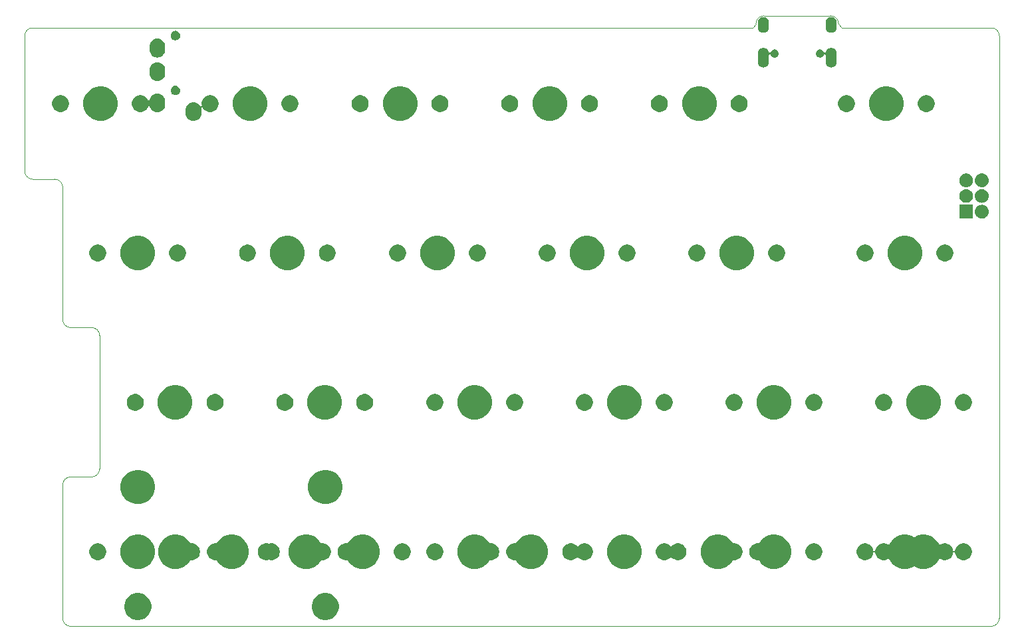
<source format=gbr>
G04 #@! TF.GenerationSoftware,KiCad,Pcbnew,(6.0.0-rc1-dev-1291-g61b749f0b)*
G04 #@! TF.CreationDate,2018-12-05T20:39:08+02:00
G04 #@! TF.ProjectId,TS48_right,54533438-5f72-4696-9768-742e6b696361,rev?*
G04 #@! TF.SameCoordinates,Original*
G04 #@! TF.FileFunction,Soldermask,Top*
G04 #@! TF.FilePolarity,Negative*
%FSLAX46Y46*%
G04 Gerber Fmt 4.6, Leading zero omitted, Abs format (unit mm)*
G04 Created by KiCad (PCBNEW (6.0.0-rc1-dev-1291-g61b749f0b)) date 12/5/2018 8:39:08 PM*
%MOMM*%
%LPD*%
G01*
G04 APERTURE LIST*
%ADD10C,0.100000*%
G04 APERTURE END LIST*
D10*
X183769000Y-67945000D02*
X92075000Y-67945000D01*
X195072000Y-67945000D02*
X214122000Y-67945000D01*
X184150000Y-67437000D02*
X183769000Y-67945000D01*
X194691000Y-67437000D02*
X195072000Y-67945000D01*
X215138000Y-143256000D02*
X215138000Y-68961000D01*
X96901000Y-144272000D02*
X214122000Y-144272000D01*
X95885000Y-126238000D02*
X95885000Y-143256000D01*
X99568000Y-125222000D02*
X96901000Y-125222000D01*
X100584000Y-107188000D02*
X100584000Y-124206000D01*
X96901000Y-106172000D02*
X99568000Y-106172000D01*
X95885000Y-88265000D02*
X95885000Y-105156000D01*
X92075000Y-87249000D02*
X94869000Y-87249000D01*
X91059000Y-68961000D02*
X91059000Y-86233000D01*
X193675000Y-66421000D02*
X185166000Y-66421000D01*
X193673731Y-66419731D02*
G75*
G02X194691000Y-67437000I0J-1017269D01*
G01*
X184148731Y-67438269D02*
G75*
G02X185166000Y-66421000I1017269J0D01*
G01*
X91059000Y-68961000D02*
G75*
G02X92076269Y-67943731I1017269J0D01*
G01*
X92075000Y-87249000D02*
G75*
G02X91057731Y-86231731I0J1017269D01*
G01*
X94869000Y-87249000D02*
G75*
G02X95886269Y-88266269I0J-1017269D01*
G01*
X96901000Y-106172000D02*
G75*
G02X95883731Y-105154731I0J1017269D01*
G01*
X99568000Y-106172000D02*
G75*
G02X100585269Y-107189269I0J-1017269D01*
G01*
X100584000Y-124206000D02*
G75*
G02X99566731Y-125223269I-1017269J0D01*
G01*
X95883731Y-126239269D02*
G75*
G02X96901000Y-125222000I1017269J0D01*
G01*
X96901000Y-144272000D02*
G75*
G02X95883731Y-143254731I0J1017269D01*
G01*
X215138000Y-143256000D02*
G75*
G02X214120731Y-144273269I-1017269J0D01*
G01*
X214122000Y-67945000D02*
G75*
G02X215139269Y-68962269I0J-1017269D01*
G01*
G36*
X129831032Y-140087192D02*
X130144779Y-140217150D01*
X130427149Y-140405824D01*
X130667276Y-140645951D01*
X130855950Y-140928321D01*
X130985908Y-141242068D01*
X131052160Y-141575139D01*
X131052160Y-141914741D01*
X130985908Y-142247812D01*
X130855950Y-142561559D01*
X130667276Y-142843929D01*
X130427149Y-143084056D01*
X130144779Y-143272730D01*
X129831032Y-143402688D01*
X129497961Y-143468940D01*
X129158359Y-143468940D01*
X128825288Y-143402688D01*
X128511541Y-143272730D01*
X128229171Y-143084056D01*
X127989044Y-142843929D01*
X127800370Y-142561559D01*
X127670412Y-142247812D01*
X127604160Y-141914741D01*
X127604160Y-141575139D01*
X127670412Y-141242068D01*
X127800370Y-140928321D01*
X127989044Y-140645951D01*
X128229171Y-140405824D01*
X128511541Y-140217150D01*
X128825288Y-140087192D01*
X129158359Y-140020940D01*
X129497961Y-140020940D01*
X129831032Y-140087192D01*
X129831032Y-140087192D01*
G37*
G36*
X105955032Y-140087192D02*
X106268779Y-140217150D01*
X106551149Y-140405824D01*
X106791276Y-140645951D01*
X106979950Y-140928321D01*
X107109908Y-141242068D01*
X107176160Y-141575139D01*
X107176160Y-141914741D01*
X107109908Y-142247812D01*
X106979950Y-142561559D01*
X106791276Y-142843929D01*
X106551149Y-143084056D01*
X106268779Y-143272730D01*
X105955032Y-143402688D01*
X105621961Y-143468940D01*
X105282359Y-143468940D01*
X104949288Y-143402688D01*
X104635541Y-143272730D01*
X104353171Y-143084056D01*
X104113044Y-142843929D01*
X103924370Y-142561559D01*
X103794412Y-142247812D01*
X103728160Y-141914741D01*
X103728160Y-141575139D01*
X103794412Y-141242068D01*
X103924370Y-140928321D01*
X104113044Y-140645951D01*
X104353171Y-140405824D01*
X104635541Y-140217150D01*
X104949288Y-140087192D01*
X105282359Y-140020940D01*
X105621961Y-140020940D01*
X105955032Y-140087192D01*
X105955032Y-140087192D01*
G37*
G36*
X156131114Y-132651270D02*
X156131116Y-132651271D01*
X156131117Y-132651271D01*
X156530381Y-132816651D01*
X156889710Y-133056747D01*
X157195293Y-133362330D01*
X157435389Y-133721659D01*
X157600769Y-134120923D01*
X157685080Y-134544780D01*
X157685080Y-134976940D01*
X157600769Y-135400797D01*
X157435389Y-135800061D01*
X157195293Y-136159390D01*
X156889710Y-136464973D01*
X156530381Y-136705069D01*
X156131117Y-136870449D01*
X156131116Y-136870449D01*
X156131114Y-136870450D01*
X155707262Y-136954760D01*
X155275098Y-136954760D01*
X154851246Y-136870450D01*
X154851244Y-136870449D01*
X154851243Y-136870449D01*
X154451979Y-136705069D01*
X154092650Y-136464973D01*
X153787067Y-136159390D01*
X153607409Y-135890513D01*
X153591864Y-135871572D01*
X153572922Y-135856026D01*
X153551311Y-135844475D01*
X153527862Y-135837362D01*
X153503476Y-135834960D01*
X153321082Y-135834960D01*
X153113394Y-135793648D01*
X152917757Y-135712613D01*
X152741685Y-135594965D01*
X152591955Y-135445235D01*
X152474307Y-135269163D01*
X152393272Y-135073526D01*
X152351960Y-134865838D01*
X152351960Y-134654082D01*
X152393272Y-134446394D01*
X152474307Y-134250757D01*
X152591955Y-134074685D01*
X152741685Y-133924955D01*
X152917757Y-133807307D01*
X153113394Y-133726272D01*
X153321082Y-133684960D01*
X153504679Y-133684960D01*
X153529065Y-133682558D01*
X153552514Y-133675445D01*
X153574125Y-133663894D01*
X153593067Y-133648348D01*
X153608610Y-133629409D01*
X153787067Y-133362330D01*
X154092650Y-133056747D01*
X154451979Y-132816651D01*
X154851243Y-132651271D01*
X154851244Y-132651271D01*
X154851246Y-132651270D01*
X155275098Y-132566960D01*
X155707262Y-132566960D01*
X156131114Y-132651270D01*
X156131114Y-132651270D01*
G37*
G36*
X110887114Y-132651270D02*
X110887116Y-132651271D01*
X110887117Y-132651271D01*
X111286381Y-132816651D01*
X111645710Y-133056747D01*
X111951293Y-133362330D01*
X112129734Y-133629386D01*
X112145280Y-133648328D01*
X112164222Y-133663874D01*
X112185833Y-133675425D01*
X112209282Y-133682538D01*
X112233668Y-133684940D01*
X112416038Y-133684940D01*
X112623726Y-133726252D01*
X112819363Y-133807287D01*
X112995435Y-133924935D01*
X113145165Y-134074665D01*
X113262813Y-134250737D01*
X113343848Y-134446374D01*
X113385160Y-134654062D01*
X113385160Y-134865818D01*
X113343848Y-135073506D01*
X113262813Y-135269143D01*
X113145165Y-135445215D01*
X112995435Y-135594945D01*
X112819363Y-135712593D01*
X112630051Y-135791008D01*
X112623726Y-135793628D01*
X112416038Y-135834940D01*
X112234897Y-135834940D01*
X112210511Y-135837342D01*
X112187062Y-135844455D01*
X112165451Y-135856006D01*
X112146509Y-135871552D01*
X112130966Y-135890490D01*
X111951293Y-136159390D01*
X111645710Y-136464973D01*
X111286381Y-136705069D01*
X110887117Y-136870449D01*
X110887116Y-136870449D01*
X110887114Y-136870450D01*
X110463262Y-136954760D01*
X110031098Y-136954760D01*
X109607246Y-136870450D01*
X109607244Y-136870449D01*
X109607243Y-136870449D01*
X109207979Y-136705069D01*
X108848650Y-136464973D01*
X108543067Y-136159390D01*
X108302971Y-135800061D01*
X108137591Y-135400797D01*
X108053280Y-134976940D01*
X108053280Y-134544780D01*
X108137591Y-134120923D01*
X108302971Y-133721659D01*
X108543067Y-133362330D01*
X108848650Y-133056747D01*
X109207979Y-132816651D01*
X109607243Y-132651271D01*
X109607244Y-132651271D01*
X109607246Y-132651270D01*
X110031098Y-132566960D01*
X110463262Y-132566960D01*
X110887114Y-132651270D01*
X110887114Y-132651270D01*
G37*
G36*
X179944114Y-132651270D02*
X179944116Y-132651271D01*
X179944117Y-132651271D01*
X180343381Y-132816651D01*
X180702710Y-133056747D01*
X181008293Y-133362330D01*
X181186750Y-133629409D01*
X181202293Y-133648348D01*
X181221235Y-133663894D01*
X181242846Y-133675445D01*
X181266295Y-133682558D01*
X181290681Y-133684960D01*
X181472838Y-133684960D01*
X181680526Y-133726272D01*
X181876163Y-133807307D01*
X182052235Y-133924955D01*
X182201965Y-134074685D01*
X182319613Y-134250757D01*
X182400648Y-134446394D01*
X182441960Y-134654082D01*
X182441960Y-134865838D01*
X182400648Y-135073526D01*
X182319613Y-135269163D01*
X182201965Y-135445235D01*
X182052235Y-135594965D01*
X181876163Y-135712613D01*
X181681101Y-135793410D01*
X181680526Y-135793648D01*
X181472838Y-135834960D01*
X181291884Y-135834960D01*
X181267498Y-135837362D01*
X181244049Y-135844475D01*
X181222438Y-135856026D01*
X181203496Y-135871572D01*
X181187951Y-135890513D01*
X181008293Y-136159390D01*
X180702710Y-136464973D01*
X180343381Y-136705069D01*
X179944117Y-136870449D01*
X179944116Y-136870449D01*
X179944114Y-136870450D01*
X179520262Y-136954760D01*
X179088098Y-136954760D01*
X178664246Y-136870450D01*
X178664244Y-136870449D01*
X178664243Y-136870449D01*
X178264979Y-136705069D01*
X177905650Y-136464973D01*
X177600067Y-136159390D01*
X177359971Y-135800061D01*
X177194591Y-135400797D01*
X177110280Y-134976940D01*
X177110280Y-134544780D01*
X177194591Y-134120923D01*
X177359971Y-133721659D01*
X177600067Y-133362330D01*
X177905650Y-133056747D01*
X178264979Y-132816651D01*
X178664243Y-132651271D01*
X178664244Y-132651271D01*
X178664246Y-132651270D01*
X179088098Y-132566960D01*
X179520262Y-132566960D01*
X179944114Y-132651270D01*
X179944114Y-132651270D01*
G37*
G36*
X206136894Y-132650370D02*
X206136896Y-132650371D01*
X206136897Y-132650371D01*
X206536161Y-132815751D01*
X206895490Y-133055847D01*
X207201073Y-133361430D01*
X207441169Y-133720759D01*
X207464325Y-133776663D01*
X207464536Y-133777173D01*
X207476088Y-133798784D01*
X207491633Y-133817726D01*
X207510575Y-133833271D01*
X207532186Y-133844822D01*
X207555635Y-133851935D01*
X207580021Y-133854337D01*
X207604408Y-133851935D01*
X207627857Y-133844822D01*
X207649467Y-133833271D01*
X207686978Y-133808207D01*
X207882614Y-133727172D01*
X208090302Y-133685860D01*
X208302058Y-133685860D01*
X208509746Y-133727172D01*
X208705383Y-133808207D01*
X208881455Y-133925855D01*
X209031185Y-134075585D01*
X209148833Y-134251657D01*
X209229868Y-134447295D01*
X209263882Y-134618294D01*
X209270995Y-134641744D01*
X209282546Y-134663354D01*
X209298092Y-134682296D01*
X209317034Y-134697842D01*
X209338645Y-134709393D01*
X209362094Y-134716506D01*
X209386480Y-134718908D01*
X209410866Y-134716506D01*
X209434316Y-134709393D01*
X209455926Y-134697842D01*
X209474868Y-134682296D01*
X209490414Y-134663354D01*
X209501965Y-134641743D01*
X209509078Y-134618295D01*
X209543272Y-134446394D01*
X209624307Y-134250757D01*
X209741955Y-134074685D01*
X209891685Y-133924955D01*
X210067757Y-133807307D01*
X210263394Y-133726272D01*
X210471082Y-133684960D01*
X210682838Y-133684960D01*
X210890526Y-133726272D01*
X211086163Y-133807307D01*
X211262235Y-133924955D01*
X211411965Y-134074685D01*
X211529613Y-134250757D01*
X211610648Y-134446394D01*
X211651960Y-134654082D01*
X211651960Y-134865838D01*
X211610648Y-135073526D01*
X211529613Y-135269163D01*
X211411965Y-135445235D01*
X211262235Y-135594965D01*
X211086163Y-135712613D01*
X210891101Y-135793410D01*
X210890526Y-135793648D01*
X210682838Y-135834960D01*
X210471082Y-135834960D01*
X210263394Y-135793648D01*
X210262819Y-135793410D01*
X210067757Y-135712613D01*
X209891685Y-135594965D01*
X209741955Y-135445235D01*
X209624307Y-135269163D01*
X209543272Y-135073525D01*
X209509258Y-134902526D01*
X209502145Y-134879076D01*
X209490594Y-134857466D01*
X209475048Y-134838524D01*
X209456106Y-134822978D01*
X209434495Y-134811427D01*
X209411046Y-134804314D01*
X209386660Y-134801912D01*
X209362274Y-134804314D01*
X209338824Y-134811427D01*
X209317214Y-134822978D01*
X209298272Y-134838524D01*
X209282726Y-134857466D01*
X209271175Y-134879077D01*
X209264062Y-134902525D01*
X209229868Y-135074426D01*
X209148833Y-135270063D01*
X209031185Y-135446135D01*
X208881455Y-135595865D01*
X208705383Y-135713513D01*
X208518292Y-135791008D01*
X208509746Y-135794548D01*
X208302058Y-135835860D01*
X208090302Y-135835860D01*
X207882614Y-135794548D01*
X207874068Y-135791008D01*
X207686977Y-135713513D01*
X207648883Y-135688059D01*
X207627272Y-135676508D01*
X207603823Y-135669395D01*
X207579437Y-135666993D01*
X207555051Y-135669395D01*
X207531601Y-135676508D01*
X207509991Y-135688059D01*
X207491049Y-135703605D01*
X207475503Y-135722547D01*
X207463953Y-135744154D01*
X207441169Y-135799161D01*
X207201073Y-136158490D01*
X206895490Y-136464073D01*
X206536161Y-136704169D01*
X206136897Y-136869549D01*
X206136896Y-136869549D01*
X206136894Y-136869550D01*
X205713042Y-136953860D01*
X205280878Y-136953860D01*
X204857026Y-136869550D01*
X204857024Y-136869549D01*
X204857023Y-136869549D01*
X204457759Y-136704169D01*
X204376689Y-136650000D01*
X204355078Y-136638449D01*
X204331629Y-136631336D01*
X204307242Y-136628934D01*
X204282856Y-136631336D01*
X204259407Y-136638449D01*
X204237800Y-136649998D01*
X204155381Y-136705069D01*
X203756117Y-136870449D01*
X203756116Y-136870449D01*
X203756114Y-136870450D01*
X203332262Y-136954760D01*
X202900098Y-136954760D01*
X202476246Y-136870450D01*
X202476244Y-136870449D01*
X202476243Y-136870449D01*
X202076979Y-136705069D01*
X201717650Y-136464973D01*
X201412067Y-136159390D01*
X201171971Y-135800061D01*
X201148602Y-135743644D01*
X201137052Y-135722036D01*
X201121507Y-135703094D01*
X201102565Y-135687549D01*
X201080954Y-135675998D01*
X201057505Y-135668885D01*
X201033119Y-135666483D01*
X201008732Y-135668885D01*
X200985283Y-135675998D01*
X200963673Y-135687549D01*
X200926162Y-135712613D01*
X200731101Y-135793410D01*
X200730526Y-135793648D01*
X200522838Y-135834960D01*
X200311082Y-135834960D01*
X200103394Y-135793648D01*
X200102819Y-135793410D01*
X199907757Y-135712613D01*
X199731685Y-135594965D01*
X199581955Y-135445235D01*
X199464307Y-135269163D01*
X199383272Y-135073525D01*
X199349258Y-134902526D01*
X199342145Y-134879076D01*
X199330594Y-134857466D01*
X199315048Y-134838524D01*
X199296106Y-134822978D01*
X199274495Y-134811427D01*
X199251046Y-134804314D01*
X199226660Y-134801912D01*
X199202274Y-134804314D01*
X199178824Y-134811427D01*
X199157214Y-134822978D01*
X199138272Y-134838524D01*
X199122726Y-134857466D01*
X199111175Y-134879077D01*
X199104062Y-134902525D01*
X199069868Y-135074426D01*
X198988833Y-135270063D01*
X198871185Y-135446135D01*
X198721455Y-135595865D01*
X198545383Y-135713513D01*
X198358292Y-135791008D01*
X198349746Y-135794548D01*
X198142058Y-135835860D01*
X197930302Y-135835860D01*
X197722614Y-135794548D01*
X197714068Y-135791008D01*
X197526977Y-135713513D01*
X197350905Y-135595865D01*
X197201175Y-135446135D01*
X197083527Y-135270063D01*
X197002492Y-135074426D01*
X196961180Y-134866738D01*
X196961180Y-134654982D01*
X197002492Y-134447294D01*
X197083527Y-134251657D01*
X197201175Y-134075585D01*
X197350905Y-133925855D01*
X197526977Y-133808207D01*
X197722614Y-133727172D01*
X197930302Y-133685860D01*
X198142058Y-133685860D01*
X198349746Y-133727172D01*
X198545383Y-133808207D01*
X198721455Y-133925855D01*
X198871185Y-134075585D01*
X198988833Y-134251657D01*
X199069868Y-134447295D01*
X199103882Y-134618294D01*
X199110995Y-134641744D01*
X199122546Y-134663354D01*
X199138092Y-134682296D01*
X199157034Y-134697842D01*
X199178645Y-134709393D01*
X199202094Y-134716506D01*
X199226480Y-134718908D01*
X199250866Y-134716506D01*
X199274316Y-134709393D01*
X199295926Y-134697842D01*
X199314868Y-134682296D01*
X199330414Y-134663354D01*
X199341965Y-134641743D01*
X199349078Y-134618295D01*
X199383272Y-134446394D01*
X199464307Y-134250757D01*
X199581955Y-134074685D01*
X199731685Y-133924955D01*
X199907757Y-133807307D01*
X200103394Y-133726272D01*
X200311082Y-133684960D01*
X200522838Y-133684960D01*
X200730526Y-133726272D01*
X200926163Y-133807307D01*
X200964257Y-133832761D01*
X200985868Y-133844312D01*
X201009317Y-133851425D01*
X201033703Y-133853827D01*
X201058089Y-133851425D01*
X201081539Y-133844312D01*
X201103149Y-133832761D01*
X201122091Y-133817215D01*
X201137637Y-133798273D01*
X201149188Y-133776663D01*
X201171971Y-133721659D01*
X201412067Y-133362330D01*
X201717650Y-133056747D01*
X202076979Y-132816651D01*
X202476243Y-132651271D01*
X202476244Y-132651271D01*
X202476246Y-132651270D01*
X202900098Y-132566960D01*
X203332262Y-132566960D01*
X203756114Y-132651270D01*
X203756116Y-132651271D01*
X203756117Y-132651271D01*
X204155381Y-132816651D01*
X204155382Y-132816652D01*
X204236451Y-132870820D01*
X204258062Y-132882371D01*
X204281511Y-132889484D01*
X204305898Y-132891886D01*
X204330284Y-132889484D01*
X204353733Y-132882371D01*
X204375340Y-132870822D01*
X204457759Y-132815751D01*
X204857023Y-132650371D01*
X204857024Y-132650371D01*
X204857026Y-132650370D01*
X205280878Y-132566060D01*
X205713042Y-132566060D01*
X206136894Y-132650370D01*
X206136894Y-132650370D01*
G37*
G36*
X134699114Y-132651270D02*
X134699116Y-132651271D01*
X134699117Y-132651271D01*
X135098381Y-132816651D01*
X135457710Y-133056747D01*
X135763293Y-133362330D01*
X136003389Y-133721659D01*
X136168769Y-134120923D01*
X136253080Y-134544780D01*
X136253080Y-134976940D01*
X136168769Y-135400797D01*
X136003389Y-135800061D01*
X135763293Y-136159390D01*
X135457710Y-136464973D01*
X135098381Y-136705069D01*
X134699117Y-136870449D01*
X134699116Y-136870449D01*
X134699114Y-136870450D01*
X134275262Y-136954760D01*
X133843098Y-136954760D01*
X133419246Y-136870450D01*
X133419244Y-136870449D01*
X133419243Y-136870449D01*
X133019979Y-136705069D01*
X132660650Y-136464973D01*
X132355067Y-136159390D01*
X132175250Y-135890275D01*
X132159709Y-135871339D01*
X132140767Y-135855793D01*
X132119157Y-135844242D01*
X132095707Y-135837129D01*
X132071321Y-135834727D01*
X132068956Y-135834960D01*
X131846082Y-135834960D01*
X131638394Y-135793648D01*
X131637819Y-135793410D01*
X131442757Y-135712613D01*
X131266685Y-135594965D01*
X131116955Y-135445235D01*
X130999307Y-135269163D01*
X130918272Y-135073526D01*
X130876960Y-134865838D01*
X130876960Y-134654082D01*
X130918272Y-134446394D01*
X130999307Y-134250757D01*
X131116955Y-134074685D01*
X131266685Y-133924955D01*
X131442757Y-133807307D01*
X131638394Y-133726272D01*
X131846082Y-133684960D01*
X132067873Y-133684960D01*
X132072381Y-133685404D01*
X132096767Y-133683002D01*
X132120216Y-133675890D01*
X132141827Y-133664339D01*
X132160769Y-133648793D01*
X132176316Y-133629850D01*
X132355067Y-133362330D01*
X132660650Y-133056747D01*
X133019979Y-132816651D01*
X133419243Y-132651271D01*
X133419244Y-132651271D01*
X133419246Y-132651270D01*
X133843098Y-132566960D01*
X134275262Y-132566960D01*
X134699114Y-132651270D01*
X134699114Y-132651270D01*
G37*
G36*
X127511894Y-132650370D02*
X127511896Y-132650371D01*
X127511897Y-132650371D01*
X127911161Y-132815751D01*
X128270490Y-133055847D01*
X128576073Y-133361430D01*
X128755890Y-133630545D01*
X128771431Y-133649481D01*
X128790373Y-133665027D01*
X128811983Y-133676578D01*
X128835433Y-133683691D01*
X128859819Y-133686093D01*
X128862184Y-133685860D01*
X129085058Y-133685860D01*
X129292746Y-133727172D01*
X129488383Y-133808207D01*
X129664455Y-133925855D01*
X129814185Y-134075585D01*
X129931833Y-134251657D01*
X130012868Y-134447294D01*
X130054180Y-134654982D01*
X130054180Y-134866738D01*
X130012868Y-135074426D01*
X129931833Y-135270063D01*
X129814185Y-135446135D01*
X129664455Y-135595865D01*
X129488383Y-135713513D01*
X129301292Y-135791008D01*
X129292746Y-135794548D01*
X129085058Y-135835860D01*
X128863267Y-135835860D01*
X128858759Y-135835416D01*
X128834373Y-135837818D01*
X128810924Y-135844930D01*
X128789313Y-135856481D01*
X128770371Y-135872027D01*
X128754825Y-135890969D01*
X128576073Y-136158490D01*
X128270490Y-136464073D01*
X127911161Y-136704169D01*
X127511897Y-136869549D01*
X127511896Y-136869549D01*
X127511894Y-136869550D01*
X127088042Y-136953860D01*
X126655878Y-136953860D01*
X126232026Y-136869550D01*
X126232024Y-136869549D01*
X126232023Y-136869549D01*
X125832759Y-136704169D01*
X125473430Y-136464073D01*
X125167847Y-136158490D01*
X124927751Y-135799161D01*
X124762371Y-135399897D01*
X124678060Y-134976040D01*
X124678060Y-134543880D01*
X124762371Y-134120023D01*
X124927751Y-133720759D01*
X125167847Y-133361430D01*
X125473430Y-133055847D01*
X125832759Y-132815751D01*
X126232023Y-132650371D01*
X126232024Y-132650371D01*
X126232026Y-132650370D01*
X126655878Y-132566060D01*
X127088042Y-132566060D01*
X127511894Y-132650370D01*
X127511894Y-132650370D01*
G37*
G36*
X106084894Y-132650370D02*
X106084896Y-132650371D01*
X106084897Y-132650371D01*
X106484161Y-132815751D01*
X106843490Y-133055847D01*
X107149073Y-133361430D01*
X107389169Y-133720759D01*
X107554549Y-134120023D01*
X107638860Y-134543880D01*
X107638860Y-134976040D01*
X107554549Y-135399897D01*
X107389169Y-135799161D01*
X107149073Y-136158490D01*
X106843490Y-136464073D01*
X106484161Y-136704169D01*
X106084897Y-136869549D01*
X106084896Y-136869549D01*
X106084894Y-136869550D01*
X105661042Y-136953860D01*
X105228878Y-136953860D01*
X104805026Y-136869550D01*
X104805024Y-136869549D01*
X104805023Y-136869549D01*
X104405759Y-136704169D01*
X104046430Y-136464073D01*
X103740847Y-136158490D01*
X103500751Y-135799161D01*
X103335371Y-135399897D01*
X103251060Y-134976040D01*
X103251060Y-134543880D01*
X103335371Y-134120023D01*
X103500751Y-133720759D01*
X103740847Y-133361430D01*
X104046430Y-133055847D01*
X104405759Y-132815751D01*
X104805023Y-132650371D01*
X104805024Y-132650371D01*
X104805026Y-132650370D01*
X105228878Y-132566060D01*
X105661042Y-132566060D01*
X106084894Y-132650370D01*
X106084894Y-132650370D01*
G37*
G36*
X148986894Y-132650370D02*
X148986896Y-132650371D01*
X148986897Y-132650371D01*
X149386161Y-132815751D01*
X149745490Y-133055847D01*
X150051073Y-133361430D01*
X150230730Y-133630306D01*
X150246276Y-133649248D01*
X150265218Y-133664794D01*
X150286829Y-133676345D01*
X150310278Y-133683458D01*
X150334664Y-133685860D01*
X150517058Y-133685860D01*
X150724746Y-133727172D01*
X150920383Y-133808207D01*
X151096455Y-133925855D01*
X151246185Y-134075585D01*
X151363833Y-134251657D01*
X151444868Y-134447294D01*
X151486180Y-134654982D01*
X151486180Y-134866738D01*
X151444868Y-135074426D01*
X151363833Y-135270063D01*
X151246185Y-135446135D01*
X151096455Y-135595865D01*
X150920383Y-135713513D01*
X150733292Y-135791008D01*
X150724746Y-135794548D01*
X150517058Y-135835860D01*
X150333461Y-135835860D01*
X150309075Y-135838262D01*
X150285626Y-135845375D01*
X150264015Y-135856926D01*
X150245073Y-135872472D01*
X150229530Y-135891411D01*
X150051073Y-136158490D01*
X149745490Y-136464073D01*
X149386161Y-136704169D01*
X148986897Y-136869549D01*
X148986896Y-136869549D01*
X148986894Y-136869550D01*
X148563042Y-136953860D01*
X148130878Y-136953860D01*
X147707026Y-136869550D01*
X147707024Y-136869549D01*
X147707023Y-136869549D01*
X147307759Y-136704169D01*
X146948430Y-136464073D01*
X146642847Y-136158490D01*
X146402751Y-135799161D01*
X146237371Y-135399897D01*
X146153060Y-134976040D01*
X146153060Y-134543880D01*
X146237371Y-134120023D01*
X146402751Y-133720759D01*
X146642847Y-133361430D01*
X146948430Y-133055847D01*
X147307759Y-132815751D01*
X147707023Y-132650371D01*
X147707024Y-132650371D01*
X147707026Y-132650370D01*
X148130878Y-132566060D01*
X148563042Y-132566060D01*
X148986894Y-132650370D01*
X148986894Y-132650370D01*
G37*
G36*
X168036894Y-132650370D02*
X168036896Y-132650371D01*
X168036897Y-132650371D01*
X168436161Y-132815751D01*
X168795490Y-133055847D01*
X169101073Y-133361430D01*
X169341169Y-133720759D01*
X169506549Y-134120023D01*
X169590860Y-134543880D01*
X169590860Y-134976040D01*
X169506549Y-135399897D01*
X169341169Y-135799161D01*
X169101073Y-136158490D01*
X168795490Y-136464073D01*
X168436161Y-136704169D01*
X168036897Y-136869549D01*
X168036896Y-136869549D01*
X168036894Y-136869550D01*
X167613042Y-136953860D01*
X167180878Y-136953860D01*
X166757026Y-136869550D01*
X166757024Y-136869549D01*
X166757023Y-136869549D01*
X166357759Y-136704169D01*
X165998430Y-136464073D01*
X165692847Y-136158490D01*
X165452751Y-135799161D01*
X165287371Y-135399897D01*
X165203060Y-134976040D01*
X165203060Y-134543880D01*
X165287371Y-134120023D01*
X165452751Y-133720759D01*
X165692847Y-133361430D01*
X165998430Y-133055847D01*
X166357759Y-132815751D01*
X166757023Y-132650371D01*
X166757024Y-132650371D01*
X166757026Y-132650370D01*
X167180878Y-132566060D01*
X167613042Y-132566060D01*
X168036894Y-132650370D01*
X168036894Y-132650370D01*
G37*
G36*
X187086894Y-132650370D02*
X187086896Y-132650371D01*
X187086897Y-132650371D01*
X187486161Y-132815751D01*
X187845490Y-133055847D01*
X188151073Y-133361430D01*
X188391169Y-133720759D01*
X188556549Y-134120023D01*
X188640860Y-134543880D01*
X188640860Y-134976040D01*
X188556549Y-135399897D01*
X188391169Y-135799161D01*
X188151073Y-136158490D01*
X187845490Y-136464073D01*
X187486161Y-136704169D01*
X187086897Y-136869549D01*
X187086896Y-136869549D01*
X187086894Y-136869550D01*
X186663042Y-136953860D01*
X186230878Y-136953860D01*
X185807026Y-136869550D01*
X185807024Y-136869549D01*
X185807023Y-136869549D01*
X185407759Y-136704169D01*
X185048430Y-136464073D01*
X184742847Y-136158490D01*
X184564390Y-135891411D01*
X184548847Y-135872472D01*
X184529905Y-135856926D01*
X184508294Y-135845375D01*
X184484845Y-135838262D01*
X184460459Y-135835860D01*
X184278302Y-135835860D01*
X184070614Y-135794548D01*
X183874977Y-135713513D01*
X183698905Y-135595865D01*
X183549175Y-135446135D01*
X183431527Y-135270063D01*
X183350492Y-135074426D01*
X183309180Y-134866738D01*
X183309180Y-134654982D01*
X183350492Y-134447294D01*
X183431527Y-134251657D01*
X183549175Y-134075585D01*
X183698905Y-133925855D01*
X183874977Y-133808207D01*
X184070614Y-133727172D01*
X184278302Y-133685860D01*
X184459256Y-133685860D01*
X184483642Y-133683458D01*
X184507091Y-133676345D01*
X184528702Y-133664794D01*
X184547644Y-133649248D01*
X184563190Y-133630306D01*
X184742847Y-133361430D01*
X185048430Y-133055847D01*
X185407759Y-132815751D01*
X185807023Y-132650371D01*
X185807024Y-132650371D01*
X185807026Y-132650370D01*
X186230878Y-132566060D01*
X186663042Y-132566060D01*
X187086894Y-132650370D01*
X187086894Y-132650370D01*
G37*
G36*
X118030094Y-132650350D02*
X118030096Y-132650351D01*
X118030097Y-132650351D01*
X118429361Y-132815731D01*
X118788690Y-133055827D01*
X119094273Y-133361410D01*
X119334369Y-133720739D01*
X119499749Y-134120003D01*
X119584060Y-134543860D01*
X119584060Y-134976020D01*
X119499749Y-135399877D01*
X119334369Y-135799141D01*
X119094273Y-136158470D01*
X118788690Y-136464053D01*
X118429361Y-136704149D01*
X118030097Y-136869529D01*
X118030096Y-136869529D01*
X118030094Y-136869530D01*
X117606242Y-136953840D01*
X117174078Y-136953840D01*
X116750226Y-136869530D01*
X116750224Y-136869529D01*
X116750223Y-136869529D01*
X116350959Y-136704149D01*
X115991630Y-136464053D01*
X115686047Y-136158470D01*
X115507605Y-135891413D01*
X115492060Y-135872472D01*
X115473118Y-135856926D01*
X115451507Y-135845375D01*
X115428058Y-135838262D01*
X115403672Y-135835860D01*
X115221302Y-135835860D01*
X115013614Y-135794548D01*
X114817977Y-135713513D01*
X114641905Y-135595865D01*
X114492175Y-135446135D01*
X114374527Y-135270063D01*
X114293492Y-135074426D01*
X114252180Y-134866738D01*
X114252180Y-134654982D01*
X114293492Y-134447294D01*
X114374527Y-134251657D01*
X114492175Y-134075585D01*
X114641905Y-133925855D01*
X114817977Y-133808207D01*
X115013614Y-133727172D01*
X115221302Y-133685860D01*
X115402443Y-133685860D01*
X115426829Y-133683458D01*
X115450278Y-133676345D01*
X115471889Y-133664794D01*
X115490831Y-133649248D01*
X115506374Y-133630310D01*
X115686047Y-133361410D01*
X115991630Y-133055827D01*
X116350959Y-132815731D01*
X116750223Y-132650351D01*
X116750224Y-132650351D01*
X116750226Y-132650350D01*
X117174078Y-132566040D01*
X117606242Y-132566040D01*
X118030094Y-132650350D01*
X118030094Y-132650350D01*
G37*
G36*
X162630526Y-133726272D02*
X162826163Y-133807307D01*
X163002235Y-133924955D01*
X163151965Y-134074685D01*
X163269613Y-134250757D01*
X163350648Y-134446394D01*
X163391960Y-134654082D01*
X163391960Y-134865838D01*
X163350648Y-135073526D01*
X163269613Y-135269163D01*
X163151965Y-135445235D01*
X163002235Y-135594965D01*
X162826163Y-135712613D01*
X162631101Y-135793410D01*
X162630526Y-135793648D01*
X162422838Y-135834960D01*
X162211082Y-135834960D01*
X162003394Y-135793648D01*
X162002819Y-135793410D01*
X161807757Y-135712613D01*
X161631685Y-135594965D01*
X161532908Y-135496188D01*
X161513966Y-135480642D01*
X161492355Y-135469091D01*
X161468906Y-135461978D01*
X161444520Y-135459576D01*
X161420134Y-135461978D01*
X161396685Y-135469091D01*
X161375074Y-135480642D01*
X161356132Y-135496188D01*
X161256455Y-135595865D01*
X161080383Y-135713513D01*
X160893292Y-135791008D01*
X160884746Y-135794548D01*
X160677058Y-135835860D01*
X160465302Y-135835860D01*
X160257614Y-135794548D01*
X160249068Y-135791008D01*
X160061977Y-135713513D01*
X159885905Y-135595865D01*
X159736175Y-135446135D01*
X159618527Y-135270063D01*
X159537492Y-135074426D01*
X159496180Y-134866738D01*
X159496180Y-134654982D01*
X159537492Y-134447294D01*
X159618527Y-134251657D01*
X159736175Y-134075585D01*
X159885905Y-133925855D01*
X160061977Y-133808207D01*
X160257614Y-133727172D01*
X160465302Y-133685860D01*
X160677058Y-133685860D01*
X160884746Y-133727172D01*
X161080383Y-133808207D01*
X161256455Y-133925855D01*
X161355232Y-134024632D01*
X161374174Y-134040178D01*
X161395785Y-134051729D01*
X161419234Y-134058842D01*
X161443620Y-134061244D01*
X161468006Y-134058842D01*
X161491455Y-134051729D01*
X161513066Y-134040178D01*
X161532008Y-134024632D01*
X161631685Y-133924955D01*
X161807757Y-133807307D01*
X162003394Y-133726272D01*
X162211082Y-133684960D01*
X162422838Y-133684960D01*
X162630526Y-133726272D01*
X162630526Y-133726272D01*
G37*
G36*
X172790526Y-133726272D02*
X172986163Y-133807307D01*
X173162235Y-133924955D01*
X173262632Y-134025352D01*
X173281574Y-134040898D01*
X173303185Y-134052449D01*
X173326634Y-134059562D01*
X173351020Y-134061964D01*
X173375406Y-134059562D01*
X173398855Y-134052449D01*
X173420466Y-134040898D01*
X173439408Y-134025352D01*
X173538905Y-133925855D01*
X173714977Y-133808207D01*
X173910614Y-133727172D01*
X174118302Y-133685860D01*
X174330058Y-133685860D01*
X174537746Y-133727172D01*
X174733383Y-133808207D01*
X174909455Y-133925855D01*
X175059185Y-134075585D01*
X175176833Y-134251657D01*
X175257868Y-134447294D01*
X175299180Y-134654982D01*
X175299180Y-134866738D01*
X175257868Y-135074426D01*
X175176833Y-135270063D01*
X175059185Y-135446135D01*
X174909455Y-135595865D01*
X174733383Y-135713513D01*
X174546292Y-135791008D01*
X174537746Y-135794548D01*
X174330058Y-135835860D01*
X174118302Y-135835860D01*
X173910614Y-135794548D01*
X173902068Y-135791008D01*
X173714977Y-135713513D01*
X173538905Y-135595865D01*
X173438508Y-135495468D01*
X173419566Y-135479922D01*
X173397955Y-135468371D01*
X173374506Y-135461258D01*
X173350120Y-135458856D01*
X173325734Y-135461258D01*
X173302285Y-135468371D01*
X173280674Y-135479922D01*
X173261732Y-135495468D01*
X173162235Y-135594965D01*
X172986163Y-135712613D01*
X172791101Y-135793410D01*
X172790526Y-135793648D01*
X172582838Y-135834960D01*
X172371082Y-135834960D01*
X172163394Y-135793648D01*
X172162819Y-135793410D01*
X171967757Y-135712613D01*
X171791685Y-135594965D01*
X171641955Y-135445235D01*
X171524307Y-135269163D01*
X171443272Y-135073526D01*
X171401960Y-134865838D01*
X171401960Y-134654082D01*
X171443272Y-134446394D01*
X171524307Y-134250757D01*
X171641955Y-134074685D01*
X171791685Y-133924955D01*
X171967757Y-133807307D01*
X172163394Y-133726272D01*
X172371082Y-133684960D01*
X172582838Y-133684960D01*
X172790526Y-133726272D01*
X172790526Y-133726272D01*
G37*
G36*
X139452746Y-133727172D02*
X139648383Y-133808207D01*
X139824455Y-133925855D01*
X139974185Y-134075585D01*
X140091833Y-134251657D01*
X140172868Y-134447294D01*
X140214180Y-134654982D01*
X140214180Y-134866738D01*
X140172868Y-135074426D01*
X140091833Y-135270063D01*
X139974185Y-135446135D01*
X139824455Y-135595865D01*
X139648383Y-135713513D01*
X139461292Y-135791008D01*
X139452746Y-135794548D01*
X139245058Y-135835860D01*
X139033302Y-135835860D01*
X138825614Y-135794548D01*
X138817068Y-135791008D01*
X138629977Y-135713513D01*
X138453905Y-135595865D01*
X138304175Y-135446135D01*
X138186527Y-135270063D01*
X138105492Y-135074426D01*
X138064180Y-134866738D01*
X138064180Y-134654982D01*
X138105492Y-134447294D01*
X138186527Y-134251657D01*
X138304175Y-134075585D01*
X138453905Y-133925855D01*
X138629977Y-133808207D01*
X138825614Y-133727172D01*
X139033302Y-133685860D01*
X139245058Y-133685860D01*
X139452746Y-133727172D01*
X139452746Y-133727172D01*
G37*
G36*
X143580526Y-133726272D02*
X143776163Y-133807307D01*
X143952235Y-133924955D01*
X144101965Y-134074685D01*
X144219613Y-134250757D01*
X144300648Y-134446394D01*
X144341960Y-134654082D01*
X144341960Y-134865838D01*
X144300648Y-135073526D01*
X144219613Y-135269163D01*
X144101965Y-135445235D01*
X143952235Y-135594965D01*
X143776163Y-135712613D01*
X143581101Y-135793410D01*
X143580526Y-135793648D01*
X143372838Y-135834960D01*
X143161082Y-135834960D01*
X142953394Y-135793648D01*
X142952819Y-135793410D01*
X142757757Y-135712613D01*
X142581685Y-135594965D01*
X142431955Y-135445235D01*
X142314307Y-135269163D01*
X142233272Y-135073526D01*
X142191960Y-134865838D01*
X142191960Y-134654082D01*
X142233272Y-134446394D01*
X142314307Y-134250757D01*
X142431955Y-134074685D01*
X142581685Y-133924955D01*
X142757757Y-133807307D01*
X142953394Y-133726272D01*
X143161082Y-133684960D01*
X143372838Y-133684960D01*
X143580526Y-133726272D01*
X143580526Y-133726272D01*
G37*
G36*
X191840526Y-133726272D02*
X192036163Y-133807307D01*
X192212235Y-133924955D01*
X192361965Y-134074685D01*
X192479613Y-134250757D01*
X192560648Y-134446394D01*
X192601960Y-134654082D01*
X192601960Y-134865838D01*
X192560648Y-135073526D01*
X192479613Y-135269163D01*
X192361965Y-135445235D01*
X192212235Y-135594965D01*
X192036163Y-135712613D01*
X191840526Y-135793648D01*
X191632838Y-135834960D01*
X191421082Y-135834960D01*
X191213394Y-135793648D01*
X191017757Y-135712613D01*
X190841685Y-135594965D01*
X190691955Y-135445235D01*
X190574307Y-135269163D01*
X190493272Y-135073526D01*
X190451960Y-134865838D01*
X190451960Y-134654082D01*
X190493272Y-134446394D01*
X190574307Y-134250757D01*
X190691955Y-134074685D01*
X190841685Y-133924955D01*
X191017757Y-133807307D01*
X191213394Y-133726272D01*
X191421082Y-133684960D01*
X191632838Y-133684960D01*
X191840526Y-133726272D01*
X191840526Y-133726272D01*
G37*
G36*
X100678526Y-133726272D02*
X100874163Y-133807307D01*
X101050235Y-133924955D01*
X101199965Y-134074685D01*
X101317613Y-134250757D01*
X101398648Y-134446394D01*
X101439960Y-134654082D01*
X101439960Y-134865838D01*
X101398648Y-135073526D01*
X101317613Y-135269163D01*
X101199965Y-135445235D01*
X101050235Y-135594965D01*
X100874163Y-135712613D01*
X100679101Y-135793410D01*
X100678526Y-135793648D01*
X100470838Y-135834960D01*
X100259082Y-135834960D01*
X100051394Y-135793648D01*
X100050819Y-135793410D01*
X99855757Y-135712613D01*
X99679685Y-135594965D01*
X99529955Y-135445235D01*
X99412307Y-135269163D01*
X99331272Y-135073526D01*
X99289960Y-134865838D01*
X99289960Y-134654082D01*
X99331272Y-134446394D01*
X99412307Y-134250757D01*
X99529955Y-134074685D01*
X99679685Y-133924955D01*
X99855757Y-133807307D01*
X100051394Y-133726272D01*
X100259082Y-133684960D01*
X100470838Y-133684960D01*
X100678526Y-133726272D01*
X100678526Y-133726272D01*
G37*
G36*
X122783726Y-133726252D02*
X122979363Y-133807287D01*
X123155435Y-133924935D01*
X123305165Y-134074665D01*
X123422813Y-134250737D01*
X123503848Y-134446374D01*
X123545160Y-134654062D01*
X123545160Y-134865818D01*
X123503848Y-135073506D01*
X123422813Y-135269143D01*
X123305165Y-135445215D01*
X123155435Y-135594945D01*
X122979363Y-135712593D01*
X122783726Y-135793628D01*
X122576038Y-135834940D01*
X122364280Y-135834940D01*
X122155496Y-135793410D01*
X122131110Y-135791008D01*
X122106724Y-135793410D01*
X121897840Y-135834960D01*
X121686082Y-135834960D01*
X121478394Y-135793648D01*
X121477819Y-135793410D01*
X121282757Y-135712613D01*
X121106685Y-135594965D01*
X120956955Y-135445235D01*
X120839307Y-135269163D01*
X120758272Y-135073526D01*
X120716960Y-134865838D01*
X120716960Y-134654082D01*
X120758272Y-134446394D01*
X120839307Y-134250757D01*
X120956955Y-134074685D01*
X121106685Y-133924955D01*
X121282757Y-133807307D01*
X121478394Y-133726272D01*
X121686082Y-133684960D01*
X121897840Y-133684960D01*
X122106624Y-133726490D01*
X122131010Y-133728892D01*
X122155396Y-133726490D01*
X122364280Y-133684940D01*
X122576038Y-133684940D01*
X122783726Y-133726252D01*
X122783726Y-133726252D01*
G37*
G36*
X106092094Y-124395350D02*
X106092096Y-124395351D01*
X106092097Y-124395351D01*
X106491361Y-124560731D01*
X106850690Y-124800827D01*
X107156273Y-125106410D01*
X107396369Y-125465739D01*
X107561749Y-125865003D01*
X107646060Y-126288860D01*
X107646060Y-126721020D01*
X107561749Y-127144877D01*
X107396369Y-127544141D01*
X107156273Y-127903470D01*
X106850690Y-128209053D01*
X106491361Y-128449149D01*
X106092097Y-128614529D01*
X106092096Y-128614529D01*
X106092094Y-128614530D01*
X105668242Y-128698840D01*
X105236078Y-128698840D01*
X104812226Y-128614530D01*
X104812224Y-128614529D01*
X104812223Y-128614529D01*
X104412959Y-128449149D01*
X104053630Y-128209053D01*
X103748047Y-127903470D01*
X103507951Y-127544141D01*
X103342571Y-127144877D01*
X103258260Y-126721020D01*
X103258260Y-126288860D01*
X103342571Y-125865003D01*
X103507951Y-125465739D01*
X103748047Y-125106410D01*
X104053630Y-124800827D01*
X104412959Y-124560731D01*
X104812223Y-124395351D01*
X104812224Y-124395351D01*
X104812226Y-124395350D01*
X105236078Y-124311040D01*
X105668242Y-124311040D01*
X106092094Y-124395350D01*
X106092094Y-124395350D01*
G37*
G36*
X129968094Y-124395350D02*
X129968096Y-124395351D01*
X129968097Y-124395351D01*
X130367361Y-124560731D01*
X130726690Y-124800827D01*
X131032273Y-125106410D01*
X131272369Y-125465739D01*
X131437749Y-125865003D01*
X131522060Y-126288860D01*
X131522060Y-126721020D01*
X131437749Y-127144877D01*
X131272369Y-127544141D01*
X131032273Y-127903470D01*
X130726690Y-128209053D01*
X130367361Y-128449149D01*
X129968097Y-128614529D01*
X129968096Y-128614529D01*
X129968094Y-128614530D01*
X129544242Y-128698840D01*
X129112078Y-128698840D01*
X128688226Y-128614530D01*
X128688224Y-128614529D01*
X128688223Y-128614529D01*
X128288959Y-128449149D01*
X127929630Y-128209053D01*
X127624047Y-127903470D01*
X127383951Y-127544141D01*
X127218571Y-127144877D01*
X127134260Y-126721020D01*
X127134260Y-126288860D01*
X127218571Y-125865003D01*
X127383951Y-125465739D01*
X127624047Y-125106410D01*
X127929630Y-124800827D01*
X128288959Y-124560731D01*
X128688223Y-124395351D01*
X128688224Y-124395351D01*
X128688226Y-124395350D01*
X129112078Y-124311040D01*
X129544242Y-124311040D01*
X129968094Y-124395350D01*
X129968094Y-124395350D01*
G37*
G36*
X206136894Y-113601370D02*
X206136896Y-113601371D01*
X206136897Y-113601371D01*
X206536161Y-113766751D01*
X206895490Y-114006847D01*
X207201073Y-114312430D01*
X207441169Y-114671759D01*
X207606549Y-115071023D01*
X207690860Y-115494880D01*
X207690860Y-115927040D01*
X207606549Y-116350897D01*
X207441169Y-116750161D01*
X207201073Y-117109490D01*
X206895490Y-117415073D01*
X206536161Y-117655169D01*
X206136897Y-117820549D01*
X206136896Y-117820549D01*
X206136894Y-117820550D01*
X205713042Y-117904860D01*
X205280878Y-117904860D01*
X204857026Y-117820550D01*
X204857024Y-117820549D01*
X204857023Y-117820549D01*
X204457759Y-117655169D01*
X204098430Y-117415073D01*
X203792847Y-117109490D01*
X203552751Y-116750161D01*
X203387371Y-116350897D01*
X203303060Y-115927040D01*
X203303060Y-115494880D01*
X203387371Y-115071023D01*
X203552751Y-114671759D01*
X203792847Y-114312430D01*
X204098430Y-114006847D01*
X204457759Y-113766751D01*
X204857023Y-113601371D01*
X204857024Y-113601371D01*
X204857026Y-113601370D01*
X205280878Y-113517060D01*
X205713042Y-113517060D01*
X206136894Y-113601370D01*
X206136894Y-113601370D01*
G37*
G36*
X110834894Y-113601370D02*
X110834896Y-113601371D01*
X110834897Y-113601371D01*
X111234161Y-113766751D01*
X111593490Y-114006847D01*
X111899073Y-114312430D01*
X112139169Y-114671759D01*
X112304549Y-115071023D01*
X112388860Y-115494880D01*
X112388860Y-115927040D01*
X112304549Y-116350897D01*
X112139169Y-116750161D01*
X111899073Y-117109490D01*
X111593490Y-117415073D01*
X111234161Y-117655169D01*
X110834897Y-117820549D01*
X110834896Y-117820549D01*
X110834894Y-117820550D01*
X110411042Y-117904860D01*
X109978878Y-117904860D01*
X109555026Y-117820550D01*
X109555024Y-117820549D01*
X109555023Y-117820549D01*
X109155759Y-117655169D01*
X108796430Y-117415073D01*
X108490847Y-117109490D01*
X108250751Y-116750161D01*
X108085371Y-116350897D01*
X108001060Y-115927040D01*
X108001060Y-115494880D01*
X108085371Y-115071023D01*
X108250751Y-114671759D01*
X108490847Y-114312430D01*
X108796430Y-114006847D01*
X109155759Y-113766751D01*
X109555023Y-113601371D01*
X109555024Y-113601371D01*
X109555026Y-113601370D01*
X109978878Y-113517060D01*
X110411042Y-113517060D01*
X110834894Y-113601370D01*
X110834894Y-113601370D01*
G37*
G36*
X129886894Y-113601370D02*
X129886896Y-113601371D01*
X129886897Y-113601371D01*
X130286161Y-113766751D01*
X130645490Y-114006847D01*
X130951073Y-114312430D01*
X131191169Y-114671759D01*
X131356549Y-115071023D01*
X131440860Y-115494880D01*
X131440860Y-115927040D01*
X131356549Y-116350897D01*
X131191169Y-116750161D01*
X130951073Y-117109490D01*
X130645490Y-117415073D01*
X130286161Y-117655169D01*
X129886897Y-117820549D01*
X129886896Y-117820549D01*
X129886894Y-117820550D01*
X129463042Y-117904860D01*
X129030878Y-117904860D01*
X128607026Y-117820550D01*
X128607024Y-117820549D01*
X128607023Y-117820549D01*
X128207759Y-117655169D01*
X127848430Y-117415073D01*
X127542847Y-117109490D01*
X127302751Y-116750161D01*
X127137371Y-116350897D01*
X127053060Y-115927040D01*
X127053060Y-115494880D01*
X127137371Y-115071023D01*
X127302751Y-114671759D01*
X127542847Y-114312430D01*
X127848430Y-114006847D01*
X128207759Y-113766751D01*
X128607023Y-113601371D01*
X128607024Y-113601371D01*
X128607026Y-113601370D01*
X129030878Y-113517060D01*
X129463042Y-113517060D01*
X129886894Y-113601370D01*
X129886894Y-113601370D01*
G37*
G36*
X148986894Y-113601370D02*
X148986896Y-113601371D01*
X148986897Y-113601371D01*
X149386161Y-113766751D01*
X149745490Y-114006847D01*
X150051073Y-114312430D01*
X150291169Y-114671759D01*
X150456549Y-115071023D01*
X150540860Y-115494880D01*
X150540860Y-115927040D01*
X150456549Y-116350897D01*
X150291169Y-116750161D01*
X150051073Y-117109490D01*
X149745490Y-117415073D01*
X149386161Y-117655169D01*
X148986897Y-117820549D01*
X148986896Y-117820549D01*
X148986894Y-117820550D01*
X148563042Y-117904860D01*
X148130878Y-117904860D01*
X147707026Y-117820550D01*
X147707024Y-117820549D01*
X147707023Y-117820549D01*
X147307759Y-117655169D01*
X146948430Y-117415073D01*
X146642847Y-117109490D01*
X146402751Y-116750161D01*
X146237371Y-116350897D01*
X146153060Y-115927040D01*
X146153060Y-115494880D01*
X146237371Y-115071023D01*
X146402751Y-114671759D01*
X146642847Y-114312430D01*
X146948430Y-114006847D01*
X147307759Y-113766751D01*
X147707023Y-113601371D01*
X147707024Y-113601371D01*
X147707026Y-113601370D01*
X148130878Y-113517060D01*
X148563042Y-113517060D01*
X148986894Y-113601370D01*
X148986894Y-113601370D01*
G37*
G36*
X168036894Y-113601370D02*
X168036896Y-113601371D01*
X168036897Y-113601371D01*
X168436161Y-113766751D01*
X168795490Y-114006847D01*
X169101073Y-114312430D01*
X169341169Y-114671759D01*
X169506549Y-115071023D01*
X169590860Y-115494880D01*
X169590860Y-115927040D01*
X169506549Y-116350897D01*
X169341169Y-116750161D01*
X169101073Y-117109490D01*
X168795490Y-117415073D01*
X168436161Y-117655169D01*
X168036897Y-117820549D01*
X168036896Y-117820549D01*
X168036894Y-117820550D01*
X167613042Y-117904860D01*
X167180878Y-117904860D01*
X166757026Y-117820550D01*
X166757024Y-117820549D01*
X166757023Y-117820549D01*
X166357759Y-117655169D01*
X165998430Y-117415073D01*
X165692847Y-117109490D01*
X165452751Y-116750161D01*
X165287371Y-116350897D01*
X165203060Y-115927040D01*
X165203060Y-115494880D01*
X165287371Y-115071023D01*
X165452751Y-114671759D01*
X165692847Y-114312430D01*
X165998430Y-114006847D01*
X166357759Y-113766751D01*
X166757023Y-113601371D01*
X166757024Y-113601371D01*
X166757026Y-113601370D01*
X167180878Y-113517060D01*
X167613042Y-113517060D01*
X168036894Y-113601370D01*
X168036894Y-113601370D01*
G37*
G36*
X187086894Y-113601370D02*
X187086896Y-113601371D01*
X187086897Y-113601371D01*
X187486161Y-113766751D01*
X187845490Y-114006847D01*
X188151073Y-114312430D01*
X188391169Y-114671759D01*
X188556549Y-115071023D01*
X188640860Y-115494880D01*
X188640860Y-115927040D01*
X188556549Y-116350897D01*
X188391169Y-116750161D01*
X188151073Y-117109490D01*
X187845490Y-117415073D01*
X187486161Y-117655169D01*
X187086897Y-117820549D01*
X187086896Y-117820549D01*
X187086894Y-117820550D01*
X186663042Y-117904860D01*
X186230878Y-117904860D01*
X185807026Y-117820550D01*
X185807024Y-117820549D01*
X185807023Y-117820549D01*
X185407759Y-117655169D01*
X185048430Y-117415073D01*
X184742847Y-117109490D01*
X184502751Y-116750161D01*
X184337371Y-116350897D01*
X184253060Y-115927040D01*
X184253060Y-115494880D01*
X184337371Y-115071023D01*
X184502751Y-114671759D01*
X184742847Y-114312430D01*
X185048430Y-114006847D01*
X185407759Y-113766751D01*
X185807023Y-113601371D01*
X185807024Y-113601371D01*
X185807026Y-113601370D01*
X186230878Y-113517060D01*
X186663042Y-113517060D01*
X187086894Y-113601370D01*
X187086894Y-113601370D01*
G37*
G36*
X134640526Y-114677272D02*
X134836163Y-114758307D01*
X135012235Y-114875955D01*
X135161965Y-115025685D01*
X135279613Y-115201757D01*
X135360648Y-115397394D01*
X135401960Y-115605082D01*
X135401960Y-115816838D01*
X135360648Y-116024526D01*
X135279613Y-116220163D01*
X135161965Y-116396235D01*
X135012235Y-116545965D01*
X134836163Y-116663613D01*
X134640526Y-116744648D01*
X134432838Y-116785960D01*
X134221082Y-116785960D01*
X134013394Y-116744648D01*
X133817757Y-116663613D01*
X133641685Y-116545965D01*
X133491955Y-116396235D01*
X133374307Y-116220163D01*
X133293272Y-116024526D01*
X133251960Y-115816838D01*
X133251960Y-115605082D01*
X133293272Y-115397394D01*
X133374307Y-115201757D01*
X133491955Y-115025685D01*
X133641685Y-114875955D01*
X133817757Y-114758307D01*
X134013394Y-114677272D01*
X134221082Y-114635960D01*
X134432838Y-114635960D01*
X134640526Y-114677272D01*
X134640526Y-114677272D01*
G37*
G36*
X143580526Y-114677272D02*
X143776163Y-114758307D01*
X143952235Y-114875955D01*
X144101965Y-115025685D01*
X144219613Y-115201757D01*
X144300648Y-115397394D01*
X144341960Y-115605082D01*
X144341960Y-115816838D01*
X144300648Y-116024526D01*
X144219613Y-116220163D01*
X144101965Y-116396235D01*
X143952235Y-116545965D01*
X143776163Y-116663613D01*
X143580526Y-116744648D01*
X143372838Y-116785960D01*
X143161082Y-116785960D01*
X142953394Y-116744648D01*
X142757757Y-116663613D01*
X142581685Y-116545965D01*
X142431955Y-116396235D01*
X142314307Y-116220163D01*
X142233272Y-116024526D01*
X142191960Y-115816838D01*
X142191960Y-115605082D01*
X142233272Y-115397394D01*
X142314307Y-115201757D01*
X142431955Y-115025685D01*
X142581685Y-114875955D01*
X142757757Y-114758307D01*
X142953394Y-114677272D01*
X143161082Y-114635960D01*
X143372838Y-114635960D01*
X143580526Y-114677272D01*
X143580526Y-114677272D01*
G37*
G36*
X153740526Y-114677272D02*
X153936163Y-114758307D01*
X154112235Y-114875955D01*
X154261965Y-115025685D01*
X154379613Y-115201757D01*
X154460648Y-115397394D01*
X154501960Y-115605082D01*
X154501960Y-115816838D01*
X154460648Y-116024526D01*
X154379613Y-116220163D01*
X154261965Y-116396235D01*
X154112235Y-116545965D01*
X153936163Y-116663613D01*
X153740526Y-116744648D01*
X153532838Y-116785960D01*
X153321082Y-116785960D01*
X153113394Y-116744648D01*
X152917757Y-116663613D01*
X152741685Y-116545965D01*
X152591955Y-116396235D01*
X152474307Y-116220163D01*
X152393272Y-116024526D01*
X152351960Y-115816838D01*
X152351960Y-115605082D01*
X152393272Y-115397394D01*
X152474307Y-115201757D01*
X152591955Y-115025685D01*
X152741685Y-114875955D01*
X152917757Y-114758307D01*
X153113394Y-114677272D01*
X153321082Y-114635960D01*
X153532838Y-114635960D01*
X153740526Y-114677272D01*
X153740526Y-114677272D01*
G37*
G36*
X181680526Y-114677272D02*
X181876163Y-114758307D01*
X182052235Y-114875955D01*
X182201965Y-115025685D01*
X182319613Y-115201757D01*
X182400648Y-115397394D01*
X182441960Y-115605082D01*
X182441960Y-115816838D01*
X182400648Y-116024526D01*
X182319613Y-116220163D01*
X182201965Y-116396235D01*
X182052235Y-116545965D01*
X181876163Y-116663613D01*
X181680526Y-116744648D01*
X181472838Y-116785960D01*
X181261082Y-116785960D01*
X181053394Y-116744648D01*
X180857757Y-116663613D01*
X180681685Y-116545965D01*
X180531955Y-116396235D01*
X180414307Y-116220163D01*
X180333272Y-116024526D01*
X180291960Y-115816838D01*
X180291960Y-115605082D01*
X180333272Y-115397394D01*
X180414307Y-115201757D01*
X180531955Y-115025685D01*
X180681685Y-114875955D01*
X180857757Y-114758307D01*
X181053394Y-114677272D01*
X181261082Y-114635960D01*
X181472838Y-114635960D01*
X181680526Y-114677272D01*
X181680526Y-114677272D01*
G37*
G36*
X162630526Y-114677272D02*
X162826163Y-114758307D01*
X163002235Y-114875955D01*
X163151965Y-115025685D01*
X163269613Y-115201757D01*
X163350648Y-115397394D01*
X163391960Y-115605082D01*
X163391960Y-115816838D01*
X163350648Y-116024526D01*
X163269613Y-116220163D01*
X163151965Y-116396235D01*
X163002235Y-116545965D01*
X162826163Y-116663613D01*
X162630526Y-116744648D01*
X162422838Y-116785960D01*
X162211082Y-116785960D01*
X162003394Y-116744648D01*
X161807757Y-116663613D01*
X161631685Y-116545965D01*
X161481955Y-116396235D01*
X161364307Y-116220163D01*
X161283272Y-116024526D01*
X161241960Y-115816838D01*
X161241960Y-115605082D01*
X161283272Y-115397394D01*
X161364307Y-115201757D01*
X161481955Y-115025685D01*
X161631685Y-114875955D01*
X161807757Y-114758307D01*
X162003394Y-114677272D01*
X162211082Y-114635960D01*
X162422838Y-114635960D01*
X162630526Y-114677272D01*
X162630526Y-114677272D01*
G37*
G36*
X210890526Y-114677272D02*
X211086163Y-114758307D01*
X211262235Y-114875955D01*
X211411965Y-115025685D01*
X211529613Y-115201757D01*
X211610648Y-115397394D01*
X211651960Y-115605082D01*
X211651960Y-115816838D01*
X211610648Y-116024526D01*
X211529613Y-116220163D01*
X211411965Y-116396235D01*
X211262235Y-116545965D01*
X211086163Y-116663613D01*
X210890526Y-116744648D01*
X210682838Y-116785960D01*
X210471082Y-116785960D01*
X210263394Y-116744648D01*
X210067757Y-116663613D01*
X209891685Y-116545965D01*
X209741955Y-116396235D01*
X209624307Y-116220163D01*
X209543272Y-116024526D01*
X209501960Y-115816838D01*
X209501960Y-115605082D01*
X209543272Y-115397394D01*
X209624307Y-115201757D01*
X209741955Y-115025685D01*
X209891685Y-114875955D01*
X210067757Y-114758307D01*
X210263394Y-114677272D01*
X210471082Y-114635960D01*
X210682838Y-114635960D01*
X210890526Y-114677272D01*
X210890526Y-114677272D01*
G37*
G36*
X105428526Y-114677272D02*
X105624163Y-114758307D01*
X105800235Y-114875955D01*
X105949965Y-115025685D01*
X106067613Y-115201757D01*
X106148648Y-115397394D01*
X106189960Y-115605082D01*
X106189960Y-115816838D01*
X106148648Y-116024526D01*
X106067613Y-116220163D01*
X105949965Y-116396235D01*
X105800235Y-116545965D01*
X105624163Y-116663613D01*
X105428526Y-116744648D01*
X105220838Y-116785960D01*
X105009082Y-116785960D01*
X104801394Y-116744648D01*
X104605757Y-116663613D01*
X104429685Y-116545965D01*
X104279955Y-116396235D01*
X104162307Y-116220163D01*
X104081272Y-116024526D01*
X104039960Y-115816838D01*
X104039960Y-115605082D01*
X104081272Y-115397394D01*
X104162307Y-115201757D01*
X104279955Y-115025685D01*
X104429685Y-114875955D01*
X104605757Y-114758307D01*
X104801394Y-114677272D01*
X105009082Y-114635960D01*
X105220838Y-114635960D01*
X105428526Y-114677272D01*
X105428526Y-114677272D01*
G37*
G36*
X124480526Y-114677272D02*
X124676163Y-114758307D01*
X124852235Y-114875955D01*
X125001965Y-115025685D01*
X125119613Y-115201757D01*
X125200648Y-115397394D01*
X125241960Y-115605082D01*
X125241960Y-115816838D01*
X125200648Y-116024526D01*
X125119613Y-116220163D01*
X125001965Y-116396235D01*
X124852235Y-116545965D01*
X124676163Y-116663613D01*
X124480526Y-116744648D01*
X124272838Y-116785960D01*
X124061082Y-116785960D01*
X123853394Y-116744648D01*
X123657757Y-116663613D01*
X123481685Y-116545965D01*
X123331955Y-116396235D01*
X123214307Y-116220163D01*
X123133272Y-116024526D01*
X123091960Y-115816838D01*
X123091960Y-115605082D01*
X123133272Y-115397394D01*
X123214307Y-115201757D01*
X123331955Y-115025685D01*
X123481685Y-114875955D01*
X123657757Y-114758307D01*
X123853394Y-114677272D01*
X124061082Y-114635960D01*
X124272838Y-114635960D01*
X124480526Y-114677272D01*
X124480526Y-114677272D01*
G37*
G36*
X115588526Y-114677272D02*
X115784163Y-114758307D01*
X115960235Y-114875955D01*
X116109965Y-115025685D01*
X116227613Y-115201757D01*
X116308648Y-115397394D01*
X116349960Y-115605082D01*
X116349960Y-115816838D01*
X116308648Y-116024526D01*
X116227613Y-116220163D01*
X116109965Y-116396235D01*
X115960235Y-116545965D01*
X115784163Y-116663613D01*
X115588526Y-116744648D01*
X115380838Y-116785960D01*
X115169082Y-116785960D01*
X114961394Y-116744648D01*
X114765757Y-116663613D01*
X114589685Y-116545965D01*
X114439955Y-116396235D01*
X114322307Y-116220163D01*
X114241272Y-116024526D01*
X114199960Y-115816838D01*
X114199960Y-115605082D01*
X114241272Y-115397394D01*
X114322307Y-115201757D01*
X114439955Y-115025685D01*
X114589685Y-114875955D01*
X114765757Y-114758307D01*
X114961394Y-114677272D01*
X115169082Y-114635960D01*
X115380838Y-114635960D01*
X115588526Y-114677272D01*
X115588526Y-114677272D01*
G37*
G36*
X172790526Y-114677272D02*
X172986163Y-114758307D01*
X173162235Y-114875955D01*
X173311965Y-115025685D01*
X173429613Y-115201757D01*
X173510648Y-115397394D01*
X173551960Y-115605082D01*
X173551960Y-115816838D01*
X173510648Y-116024526D01*
X173429613Y-116220163D01*
X173311965Y-116396235D01*
X173162235Y-116545965D01*
X172986163Y-116663613D01*
X172790526Y-116744648D01*
X172582838Y-116785960D01*
X172371082Y-116785960D01*
X172163394Y-116744648D01*
X171967757Y-116663613D01*
X171791685Y-116545965D01*
X171641955Y-116396235D01*
X171524307Y-116220163D01*
X171443272Y-116024526D01*
X171401960Y-115816838D01*
X171401960Y-115605082D01*
X171443272Y-115397394D01*
X171524307Y-115201757D01*
X171641955Y-115025685D01*
X171791685Y-114875955D01*
X171967757Y-114758307D01*
X172163394Y-114677272D01*
X172371082Y-114635960D01*
X172582838Y-114635960D01*
X172790526Y-114677272D01*
X172790526Y-114677272D01*
G37*
G36*
X191840526Y-114677272D02*
X192036163Y-114758307D01*
X192212235Y-114875955D01*
X192361965Y-115025685D01*
X192479613Y-115201757D01*
X192560648Y-115397394D01*
X192601960Y-115605082D01*
X192601960Y-115816838D01*
X192560648Y-116024526D01*
X192479613Y-116220163D01*
X192361965Y-116396235D01*
X192212235Y-116545965D01*
X192036163Y-116663613D01*
X191840526Y-116744648D01*
X191632838Y-116785960D01*
X191421082Y-116785960D01*
X191213394Y-116744648D01*
X191017757Y-116663613D01*
X190841685Y-116545965D01*
X190691955Y-116396235D01*
X190574307Y-116220163D01*
X190493272Y-116024526D01*
X190451960Y-115816838D01*
X190451960Y-115605082D01*
X190493272Y-115397394D01*
X190574307Y-115201757D01*
X190691955Y-115025685D01*
X190841685Y-114875955D01*
X191017757Y-114758307D01*
X191213394Y-114677272D01*
X191421082Y-114635960D01*
X191632838Y-114635960D01*
X191840526Y-114677272D01*
X191840526Y-114677272D01*
G37*
G36*
X200730526Y-114677272D02*
X200926163Y-114758307D01*
X201102235Y-114875955D01*
X201251965Y-115025685D01*
X201369613Y-115201757D01*
X201450648Y-115397394D01*
X201491960Y-115605082D01*
X201491960Y-115816838D01*
X201450648Y-116024526D01*
X201369613Y-116220163D01*
X201251965Y-116396235D01*
X201102235Y-116545965D01*
X200926163Y-116663613D01*
X200730526Y-116744648D01*
X200522838Y-116785960D01*
X200311082Y-116785960D01*
X200103394Y-116744648D01*
X199907757Y-116663613D01*
X199731685Y-116545965D01*
X199581955Y-116396235D01*
X199464307Y-116220163D01*
X199383272Y-116024526D01*
X199341960Y-115816838D01*
X199341960Y-115605082D01*
X199383272Y-115397394D01*
X199464307Y-115201757D01*
X199581955Y-115025685D01*
X199731685Y-114875955D01*
X199907757Y-114758307D01*
X200103394Y-114677272D01*
X200311082Y-114635960D01*
X200522838Y-114635960D01*
X200730526Y-114677272D01*
X200730526Y-114677272D01*
G37*
G36*
X144236894Y-94550370D02*
X144236896Y-94550371D01*
X144236897Y-94550371D01*
X144636161Y-94715751D01*
X144995490Y-94955847D01*
X145301073Y-95261430D01*
X145541169Y-95620759D01*
X145706549Y-96020023D01*
X145790860Y-96443880D01*
X145790860Y-96876040D01*
X145706549Y-97299897D01*
X145541169Y-97699161D01*
X145301073Y-98058490D01*
X144995490Y-98364073D01*
X144636161Y-98604169D01*
X144236897Y-98769549D01*
X144236896Y-98769549D01*
X144236894Y-98769550D01*
X143813042Y-98853860D01*
X143380878Y-98853860D01*
X142957026Y-98769550D01*
X142957024Y-98769549D01*
X142957023Y-98769549D01*
X142557759Y-98604169D01*
X142198430Y-98364073D01*
X141892847Y-98058490D01*
X141652751Y-97699161D01*
X141487371Y-97299897D01*
X141403060Y-96876040D01*
X141403060Y-96443880D01*
X141487371Y-96020023D01*
X141652751Y-95620759D01*
X141892847Y-95261430D01*
X142198430Y-94955847D01*
X142557759Y-94715751D01*
X142957023Y-94550371D01*
X142957024Y-94550371D01*
X142957026Y-94550370D01*
X143380878Y-94466060D01*
X143813042Y-94466060D01*
X144236894Y-94550370D01*
X144236894Y-94550370D01*
G37*
G36*
X203761894Y-94550370D02*
X203761896Y-94550371D01*
X203761897Y-94550371D01*
X204161161Y-94715751D01*
X204520490Y-94955847D01*
X204826073Y-95261430D01*
X205066169Y-95620759D01*
X205231549Y-96020023D01*
X205315860Y-96443880D01*
X205315860Y-96876040D01*
X205231549Y-97299897D01*
X205066169Y-97699161D01*
X204826073Y-98058490D01*
X204520490Y-98364073D01*
X204161161Y-98604169D01*
X203761897Y-98769549D01*
X203761896Y-98769549D01*
X203761894Y-98769550D01*
X203338042Y-98853860D01*
X202905878Y-98853860D01*
X202482026Y-98769550D01*
X202482024Y-98769549D01*
X202482023Y-98769549D01*
X202082759Y-98604169D01*
X201723430Y-98364073D01*
X201417847Y-98058490D01*
X201177751Y-97699161D01*
X201012371Y-97299897D01*
X200928060Y-96876040D01*
X200928060Y-96443880D01*
X201012371Y-96020023D01*
X201177751Y-95620759D01*
X201417847Y-95261430D01*
X201723430Y-94955847D01*
X202082759Y-94715751D01*
X202482023Y-94550371D01*
X202482024Y-94550371D01*
X202482026Y-94550370D01*
X202905878Y-94466060D01*
X203338042Y-94466060D01*
X203761894Y-94550370D01*
X203761894Y-94550370D01*
G37*
G36*
X182336894Y-94550370D02*
X182336896Y-94550371D01*
X182336897Y-94550371D01*
X182736161Y-94715751D01*
X183095490Y-94955847D01*
X183401073Y-95261430D01*
X183641169Y-95620759D01*
X183806549Y-96020023D01*
X183890860Y-96443880D01*
X183890860Y-96876040D01*
X183806549Y-97299897D01*
X183641169Y-97699161D01*
X183401073Y-98058490D01*
X183095490Y-98364073D01*
X182736161Y-98604169D01*
X182336897Y-98769549D01*
X182336896Y-98769549D01*
X182336894Y-98769550D01*
X181913042Y-98853860D01*
X181480878Y-98853860D01*
X181057026Y-98769550D01*
X181057024Y-98769549D01*
X181057023Y-98769549D01*
X180657759Y-98604169D01*
X180298430Y-98364073D01*
X179992847Y-98058490D01*
X179752751Y-97699161D01*
X179587371Y-97299897D01*
X179503060Y-96876040D01*
X179503060Y-96443880D01*
X179587371Y-96020023D01*
X179752751Y-95620759D01*
X179992847Y-95261430D01*
X180298430Y-94955847D01*
X180657759Y-94715751D01*
X181057023Y-94550371D01*
X181057024Y-94550371D01*
X181057026Y-94550370D01*
X181480878Y-94466060D01*
X181913042Y-94466060D01*
X182336894Y-94550370D01*
X182336894Y-94550370D01*
G37*
G36*
X106084894Y-94550370D02*
X106084896Y-94550371D01*
X106084897Y-94550371D01*
X106484161Y-94715751D01*
X106843490Y-94955847D01*
X107149073Y-95261430D01*
X107389169Y-95620759D01*
X107554549Y-96020023D01*
X107638860Y-96443880D01*
X107638860Y-96876040D01*
X107554549Y-97299897D01*
X107389169Y-97699161D01*
X107149073Y-98058490D01*
X106843490Y-98364073D01*
X106484161Y-98604169D01*
X106084897Y-98769549D01*
X106084896Y-98769549D01*
X106084894Y-98769550D01*
X105661042Y-98853860D01*
X105228878Y-98853860D01*
X104805026Y-98769550D01*
X104805024Y-98769549D01*
X104805023Y-98769549D01*
X104405759Y-98604169D01*
X104046430Y-98364073D01*
X103740847Y-98058490D01*
X103500751Y-97699161D01*
X103335371Y-97299897D01*
X103251060Y-96876040D01*
X103251060Y-96443880D01*
X103335371Y-96020023D01*
X103500751Y-95620759D01*
X103740847Y-95261430D01*
X104046430Y-94955847D01*
X104405759Y-94715751D01*
X104805023Y-94550371D01*
X104805024Y-94550371D01*
X104805026Y-94550370D01*
X105228878Y-94466060D01*
X105661042Y-94466060D01*
X106084894Y-94550370D01*
X106084894Y-94550370D01*
G37*
G36*
X125136894Y-94550370D02*
X125136896Y-94550371D01*
X125136897Y-94550371D01*
X125536161Y-94715751D01*
X125895490Y-94955847D01*
X126201073Y-95261430D01*
X126441169Y-95620759D01*
X126606549Y-96020023D01*
X126690860Y-96443880D01*
X126690860Y-96876040D01*
X126606549Y-97299897D01*
X126441169Y-97699161D01*
X126201073Y-98058490D01*
X125895490Y-98364073D01*
X125536161Y-98604169D01*
X125136897Y-98769549D01*
X125136896Y-98769549D01*
X125136894Y-98769550D01*
X124713042Y-98853860D01*
X124280878Y-98853860D01*
X123857026Y-98769550D01*
X123857024Y-98769549D01*
X123857023Y-98769549D01*
X123457759Y-98604169D01*
X123098430Y-98364073D01*
X122792847Y-98058490D01*
X122552751Y-97699161D01*
X122387371Y-97299897D01*
X122303060Y-96876040D01*
X122303060Y-96443880D01*
X122387371Y-96020023D01*
X122552751Y-95620759D01*
X122792847Y-95261430D01*
X123098430Y-94955847D01*
X123457759Y-94715751D01*
X123857023Y-94550371D01*
X123857024Y-94550371D01*
X123857026Y-94550370D01*
X124280878Y-94466060D01*
X124713042Y-94466060D01*
X125136894Y-94550370D01*
X125136894Y-94550370D01*
G37*
G36*
X163286894Y-94550370D02*
X163286896Y-94550371D01*
X163286897Y-94550371D01*
X163686161Y-94715751D01*
X164045490Y-94955847D01*
X164351073Y-95261430D01*
X164591169Y-95620759D01*
X164756549Y-96020023D01*
X164840860Y-96443880D01*
X164840860Y-96876040D01*
X164756549Y-97299897D01*
X164591169Y-97699161D01*
X164351073Y-98058490D01*
X164045490Y-98364073D01*
X163686161Y-98604169D01*
X163286897Y-98769549D01*
X163286896Y-98769549D01*
X163286894Y-98769550D01*
X162863042Y-98853860D01*
X162430878Y-98853860D01*
X162007026Y-98769550D01*
X162007024Y-98769549D01*
X162007023Y-98769549D01*
X161607759Y-98604169D01*
X161248430Y-98364073D01*
X160942847Y-98058490D01*
X160702751Y-97699161D01*
X160537371Y-97299897D01*
X160453060Y-96876040D01*
X160453060Y-96443880D01*
X160537371Y-96020023D01*
X160702751Y-95620759D01*
X160942847Y-95261430D01*
X161248430Y-94955847D01*
X161607759Y-94715751D01*
X162007023Y-94550371D01*
X162007024Y-94550371D01*
X162007026Y-94550370D01*
X162430878Y-94466060D01*
X162863042Y-94466060D01*
X163286894Y-94550370D01*
X163286894Y-94550370D01*
G37*
G36*
X138830526Y-95626272D02*
X139026163Y-95707307D01*
X139202235Y-95824955D01*
X139351965Y-95974685D01*
X139469613Y-96150757D01*
X139550648Y-96346394D01*
X139591960Y-96554082D01*
X139591960Y-96765838D01*
X139550648Y-96973526D01*
X139469613Y-97169163D01*
X139351965Y-97345235D01*
X139202235Y-97494965D01*
X139026163Y-97612613D01*
X138830526Y-97693648D01*
X138622838Y-97734960D01*
X138411082Y-97734960D01*
X138203394Y-97693648D01*
X138007757Y-97612613D01*
X137831685Y-97494965D01*
X137681955Y-97345235D01*
X137564307Y-97169163D01*
X137483272Y-96973526D01*
X137441960Y-96765838D01*
X137441960Y-96554082D01*
X137483272Y-96346394D01*
X137564307Y-96150757D01*
X137681955Y-95974685D01*
X137831685Y-95824955D01*
X138007757Y-95707307D01*
X138203394Y-95626272D01*
X138411082Y-95584960D01*
X138622838Y-95584960D01*
X138830526Y-95626272D01*
X138830526Y-95626272D01*
G37*
G36*
X198355526Y-95626272D02*
X198551163Y-95707307D01*
X198727235Y-95824955D01*
X198876965Y-95974685D01*
X198994613Y-96150757D01*
X199075648Y-96346394D01*
X199116960Y-96554082D01*
X199116960Y-96765838D01*
X199075648Y-96973526D01*
X198994613Y-97169163D01*
X198876965Y-97345235D01*
X198727235Y-97494965D01*
X198551163Y-97612613D01*
X198355526Y-97693648D01*
X198147838Y-97734960D01*
X197936082Y-97734960D01*
X197728394Y-97693648D01*
X197532757Y-97612613D01*
X197356685Y-97494965D01*
X197206955Y-97345235D01*
X197089307Y-97169163D01*
X197008272Y-96973526D01*
X196966960Y-96765838D01*
X196966960Y-96554082D01*
X197008272Y-96346394D01*
X197089307Y-96150757D01*
X197206955Y-95974685D01*
X197356685Y-95824955D01*
X197532757Y-95707307D01*
X197728394Y-95626272D01*
X197936082Y-95584960D01*
X198147838Y-95584960D01*
X198355526Y-95626272D01*
X198355526Y-95626272D01*
G37*
G36*
X187090526Y-95626272D02*
X187286163Y-95707307D01*
X187462235Y-95824955D01*
X187611965Y-95974685D01*
X187729613Y-96150757D01*
X187810648Y-96346394D01*
X187851960Y-96554082D01*
X187851960Y-96765838D01*
X187810648Y-96973526D01*
X187729613Y-97169163D01*
X187611965Y-97345235D01*
X187462235Y-97494965D01*
X187286163Y-97612613D01*
X187090526Y-97693648D01*
X186882838Y-97734960D01*
X186671082Y-97734960D01*
X186463394Y-97693648D01*
X186267757Y-97612613D01*
X186091685Y-97494965D01*
X185941955Y-97345235D01*
X185824307Y-97169163D01*
X185743272Y-96973526D01*
X185701960Y-96765838D01*
X185701960Y-96554082D01*
X185743272Y-96346394D01*
X185824307Y-96150757D01*
X185941955Y-95974685D01*
X186091685Y-95824955D01*
X186267757Y-95707307D01*
X186463394Y-95626272D01*
X186671082Y-95584960D01*
X186882838Y-95584960D01*
X187090526Y-95626272D01*
X187090526Y-95626272D01*
G37*
G36*
X176930526Y-95626272D02*
X177126163Y-95707307D01*
X177302235Y-95824955D01*
X177451965Y-95974685D01*
X177569613Y-96150757D01*
X177650648Y-96346394D01*
X177691960Y-96554082D01*
X177691960Y-96765838D01*
X177650648Y-96973526D01*
X177569613Y-97169163D01*
X177451965Y-97345235D01*
X177302235Y-97494965D01*
X177126163Y-97612613D01*
X176930526Y-97693648D01*
X176722838Y-97734960D01*
X176511082Y-97734960D01*
X176303394Y-97693648D01*
X176107757Y-97612613D01*
X175931685Y-97494965D01*
X175781955Y-97345235D01*
X175664307Y-97169163D01*
X175583272Y-96973526D01*
X175541960Y-96765838D01*
X175541960Y-96554082D01*
X175583272Y-96346394D01*
X175664307Y-96150757D01*
X175781955Y-95974685D01*
X175931685Y-95824955D01*
X176107757Y-95707307D01*
X176303394Y-95626272D01*
X176511082Y-95584960D01*
X176722838Y-95584960D01*
X176930526Y-95626272D01*
X176930526Y-95626272D01*
G37*
G36*
X168040526Y-95626272D02*
X168236163Y-95707307D01*
X168412235Y-95824955D01*
X168561965Y-95974685D01*
X168679613Y-96150757D01*
X168760648Y-96346394D01*
X168801960Y-96554082D01*
X168801960Y-96765838D01*
X168760648Y-96973526D01*
X168679613Y-97169163D01*
X168561965Y-97345235D01*
X168412235Y-97494965D01*
X168236163Y-97612613D01*
X168040526Y-97693648D01*
X167832838Y-97734960D01*
X167621082Y-97734960D01*
X167413394Y-97693648D01*
X167217757Y-97612613D01*
X167041685Y-97494965D01*
X166891955Y-97345235D01*
X166774307Y-97169163D01*
X166693272Y-96973526D01*
X166651960Y-96765838D01*
X166651960Y-96554082D01*
X166693272Y-96346394D01*
X166774307Y-96150757D01*
X166891955Y-95974685D01*
X167041685Y-95824955D01*
X167217757Y-95707307D01*
X167413394Y-95626272D01*
X167621082Y-95584960D01*
X167832838Y-95584960D01*
X168040526Y-95626272D01*
X168040526Y-95626272D01*
G37*
G36*
X157880526Y-95626272D02*
X158076163Y-95707307D01*
X158252235Y-95824955D01*
X158401965Y-95974685D01*
X158519613Y-96150757D01*
X158600648Y-96346394D01*
X158641960Y-96554082D01*
X158641960Y-96765838D01*
X158600648Y-96973526D01*
X158519613Y-97169163D01*
X158401965Y-97345235D01*
X158252235Y-97494965D01*
X158076163Y-97612613D01*
X157880526Y-97693648D01*
X157672838Y-97734960D01*
X157461082Y-97734960D01*
X157253394Y-97693648D01*
X157057757Y-97612613D01*
X156881685Y-97494965D01*
X156731955Y-97345235D01*
X156614307Y-97169163D01*
X156533272Y-96973526D01*
X156491960Y-96765838D01*
X156491960Y-96554082D01*
X156533272Y-96346394D01*
X156614307Y-96150757D01*
X156731955Y-95974685D01*
X156881685Y-95824955D01*
X157057757Y-95707307D01*
X157253394Y-95626272D01*
X157461082Y-95584960D01*
X157672838Y-95584960D01*
X157880526Y-95626272D01*
X157880526Y-95626272D01*
G37*
G36*
X148990526Y-95626272D02*
X149186163Y-95707307D01*
X149362235Y-95824955D01*
X149511965Y-95974685D01*
X149629613Y-96150757D01*
X149710648Y-96346394D01*
X149751960Y-96554082D01*
X149751960Y-96765838D01*
X149710648Y-96973526D01*
X149629613Y-97169163D01*
X149511965Y-97345235D01*
X149362235Y-97494965D01*
X149186163Y-97612613D01*
X148990526Y-97693648D01*
X148782838Y-97734960D01*
X148571082Y-97734960D01*
X148363394Y-97693648D01*
X148167757Y-97612613D01*
X147991685Y-97494965D01*
X147841955Y-97345235D01*
X147724307Y-97169163D01*
X147643272Y-96973526D01*
X147601960Y-96765838D01*
X147601960Y-96554082D01*
X147643272Y-96346394D01*
X147724307Y-96150757D01*
X147841955Y-95974685D01*
X147991685Y-95824955D01*
X148167757Y-95707307D01*
X148363394Y-95626272D01*
X148571082Y-95584960D01*
X148782838Y-95584960D01*
X148990526Y-95626272D01*
X148990526Y-95626272D01*
G37*
G36*
X129890526Y-95626272D02*
X130086163Y-95707307D01*
X130262235Y-95824955D01*
X130411965Y-95974685D01*
X130529613Y-96150757D01*
X130610648Y-96346394D01*
X130651960Y-96554082D01*
X130651960Y-96765838D01*
X130610648Y-96973526D01*
X130529613Y-97169163D01*
X130411965Y-97345235D01*
X130262235Y-97494965D01*
X130086163Y-97612613D01*
X129890526Y-97693648D01*
X129682838Y-97734960D01*
X129471082Y-97734960D01*
X129263394Y-97693648D01*
X129067757Y-97612613D01*
X128891685Y-97494965D01*
X128741955Y-97345235D01*
X128624307Y-97169163D01*
X128543272Y-96973526D01*
X128501960Y-96765838D01*
X128501960Y-96554082D01*
X128543272Y-96346394D01*
X128624307Y-96150757D01*
X128741955Y-95974685D01*
X128891685Y-95824955D01*
X129067757Y-95707307D01*
X129263394Y-95626272D01*
X129471082Y-95584960D01*
X129682838Y-95584960D01*
X129890526Y-95626272D01*
X129890526Y-95626272D01*
G37*
G36*
X119730526Y-95626272D02*
X119926163Y-95707307D01*
X120102235Y-95824955D01*
X120251965Y-95974685D01*
X120369613Y-96150757D01*
X120450648Y-96346394D01*
X120491960Y-96554082D01*
X120491960Y-96765838D01*
X120450648Y-96973526D01*
X120369613Y-97169163D01*
X120251965Y-97345235D01*
X120102235Y-97494965D01*
X119926163Y-97612613D01*
X119730526Y-97693648D01*
X119522838Y-97734960D01*
X119311082Y-97734960D01*
X119103394Y-97693648D01*
X118907757Y-97612613D01*
X118731685Y-97494965D01*
X118581955Y-97345235D01*
X118464307Y-97169163D01*
X118383272Y-96973526D01*
X118341960Y-96765838D01*
X118341960Y-96554082D01*
X118383272Y-96346394D01*
X118464307Y-96150757D01*
X118581955Y-95974685D01*
X118731685Y-95824955D01*
X118907757Y-95707307D01*
X119103394Y-95626272D01*
X119311082Y-95584960D01*
X119522838Y-95584960D01*
X119730526Y-95626272D01*
X119730526Y-95626272D01*
G37*
G36*
X110838526Y-95626272D02*
X111034163Y-95707307D01*
X111210235Y-95824955D01*
X111359965Y-95974685D01*
X111477613Y-96150757D01*
X111558648Y-96346394D01*
X111599960Y-96554082D01*
X111599960Y-96765838D01*
X111558648Y-96973526D01*
X111477613Y-97169163D01*
X111359965Y-97345235D01*
X111210235Y-97494965D01*
X111034163Y-97612613D01*
X110838526Y-97693648D01*
X110630838Y-97734960D01*
X110419082Y-97734960D01*
X110211394Y-97693648D01*
X110015757Y-97612613D01*
X109839685Y-97494965D01*
X109689955Y-97345235D01*
X109572307Y-97169163D01*
X109491272Y-96973526D01*
X109449960Y-96765838D01*
X109449960Y-96554082D01*
X109491272Y-96346394D01*
X109572307Y-96150757D01*
X109689955Y-95974685D01*
X109839685Y-95824955D01*
X110015757Y-95707307D01*
X110211394Y-95626272D01*
X110419082Y-95584960D01*
X110630838Y-95584960D01*
X110838526Y-95626272D01*
X110838526Y-95626272D01*
G37*
G36*
X208515526Y-95626272D02*
X208711163Y-95707307D01*
X208887235Y-95824955D01*
X209036965Y-95974685D01*
X209154613Y-96150757D01*
X209235648Y-96346394D01*
X209276960Y-96554082D01*
X209276960Y-96765838D01*
X209235648Y-96973526D01*
X209154613Y-97169163D01*
X209036965Y-97345235D01*
X208887235Y-97494965D01*
X208711163Y-97612613D01*
X208515526Y-97693648D01*
X208307838Y-97734960D01*
X208096082Y-97734960D01*
X207888394Y-97693648D01*
X207692757Y-97612613D01*
X207516685Y-97494965D01*
X207366955Y-97345235D01*
X207249307Y-97169163D01*
X207168272Y-96973526D01*
X207126960Y-96765838D01*
X207126960Y-96554082D01*
X207168272Y-96346394D01*
X207249307Y-96150757D01*
X207366955Y-95974685D01*
X207516685Y-95824955D01*
X207692757Y-95707307D01*
X207888394Y-95626272D01*
X208096082Y-95584960D01*
X208307838Y-95584960D01*
X208515526Y-95626272D01*
X208515526Y-95626272D01*
G37*
G36*
X100678526Y-95626272D02*
X100874163Y-95707307D01*
X101050235Y-95824955D01*
X101199965Y-95974685D01*
X101317613Y-96150757D01*
X101398648Y-96346394D01*
X101439960Y-96554082D01*
X101439960Y-96765838D01*
X101398648Y-96973526D01*
X101317613Y-97169163D01*
X101199965Y-97345235D01*
X101050235Y-97494965D01*
X100874163Y-97612613D01*
X100678526Y-97693648D01*
X100470838Y-97734960D01*
X100259082Y-97734960D01*
X100051394Y-97693648D01*
X99855757Y-97612613D01*
X99679685Y-97494965D01*
X99529955Y-97345235D01*
X99412307Y-97169163D01*
X99331272Y-96973526D01*
X99289960Y-96765838D01*
X99289960Y-96554082D01*
X99331272Y-96346394D01*
X99412307Y-96150757D01*
X99529955Y-95974685D01*
X99679685Y-95824955D01*
X99855757Y-95707307D01*
X100051394Y-95626272D01*
X100259082Y-95584960D01*
X100470838Y-95584960D01*
X100678526Y-95626272D01*
X100678526Y-95626272D01*
G37*
G36*
X212941035Y-90508318D02*
X212965068Y-90513098D01*
X213017864Y-90518298D01*
X213099730Y-90526361D01*
X213209689Y-90559717D01*
X213264669Y-90576395D01*
X213315337Y-90603478D01*
X213416676Y-90657644D01*
X213549912Y-90766988D01*
X213659256Y-90900224D01*
X213713422Y-91001563D01*
X213740505Y-91052231D01*
X213740505Y-91052232D01*
X213790539Y-91217170D01*
X213807433Y-91388700D01*
X213790539Y-91560230D01*
X213757183Y-91670189D01*
X213740505Y-91725169D01*
X213713422Y-91775837D01*
X213659256Y-91877176D01*
X213549912Y-92010412D01*
X213416676Y-92119756D01*
X213315337Y-92173922D01*
X213264669Y-92201005D01*
X213209689Y-92217683D01*
X213099730Y-92251039D01*
X213014029Y-92259480D01*
X212971180Y-92263700D01*
X212885220Y-92263700D01*
X212842371Y-92259480D01*
X212756670Y-92251039D01*
X212646711Y-92217683D01*
X212591731Y-92201005D01*
X212541063Y-92173922D01*
X212439724Y-92119756D01*
X212306488Y-92010412D01*
X212197144Y-91877176D01*
X212142978Y-91775837D01*
X212115895Y-91725169D01*
X212099217Y-91670189D01*
X212065861Y-91560230D01*
X212052598Y-91425568D01*
X212047817Y-91401534D01*
X212042718Y-91389224D01*
X212043685Y-91387415D01*
X212052598Y-91351832D01*
X212065861Y-91217172D01*
X212065861Y-91217170D01*
X212115895Y-91052232D01*
X212115895Y-91052231D01*
X212142978Y-91001563D01*
X212197144Y-90900224D01*
X212306488Y-90766988D01*
X212439724Y-90657644D01*
X212541063Y-90603478D01*
X212591731Y-90576395D01*
X212646711Y-90559717D01*
X212756670Y-90526361D01*
X212838536Y-90518298D01*
X212891332Y-90513098D01*
X212915366Y-90508317D01*
X212928200Y-90503001D01*
X212941035Y-90508318D01*
X212941035Y-90508318D01*
G37*
G36*
X210941035Y-90508318D02*
X210977320Y-90513700D01*
X211803200Y-90513700D01*
X211803200Y-91339580D01*
X211805602Y-91363966D01*
X211812715Y-91387415D01*
X211813682Y-91389224D01*
X211808582Y-91401535D01*
X211803200Y-91437820D01*
X211803200Y-92263700D01*
X210053200Y-92263700D01*
X210053200Y-90513700D01*
X210879080Y-90513700D01*
X210903466Y-90511298D01*
X210926915Y-90504185D01*
X210928724Y-90503218D01*
X210941035Y-90508318D01*
X210941035Y-90508318D01*
G37*
G36*
X212941035Y-88508318D02*
X212965068Y-88513098D01*
X213017864Y-88518298D01*
X213099730Y-88526361D01*
X213209689Y-88559717D01*
X213264669Y-88576395D01*
X213315337Y-88603478D01*
X213416676Y-88657644D01*
X213549912Y-88766988D01*
X213659256Y-88900224D01*
X213713422Y-89001563D01*
X213740505Y-89052231D01*
X213740505Y-89052232D01*
X213790539Y-89217170D01*
X213807433Y-89388700D01*
X213790539Y-89560230D01*
X213757183Y-89670189D01*
X213740505Y-89725169D01*
X213713422Y-89775837D01*
X213659256Y-89877176D01*
X213549912Y-90010412D01*
X213416676Y-90119756D01*
X213315337Y-90173922D01*
X213264669Y-90201005D01*
X213209689Y-90217683D01*
X213099730Y-90251039D01*
X213017864Y-90259102D01*
X212965068Y-90264302D01*
X212941034Y-90269083D01*
X212928200Y-90274399D01*
X212915365Y-90269082D01*
X212891332Y-90264302D01*
X212838536Y-90259102D01*
X212756670Y-90251039D01*
X212646711Y-90217683D01*
X212591731Y-90201005D01*
X212541063Y-90173922D01*
X212439724Y-90119756D01*
X212306488Y-90010412D01*
X212197144Y-89877176D01*
X212142978Y-89775837D01*
X212115895Y-89725169D01*
X212099217Y-89670189D01*
X212065861Y-89560230D01*
X212052598Y-89425568D01*
X212047817Y-89401534D01*
X212042501Y-89388700D01*
X212047818Y-89375865D01*
X212052598Y-89351832D01*
X212065861Y-89217172D01*
X212065861Y-89217170D01*
X212115895Y-89052232D01*
X212115895Y-89052231D01*
X212142978Y-89001563D01*
X212197144Y-88900224D01*
X212306488Y-88766988D01*
X212439724Y-88657644D01*
X212541063Y-88603478D01*
X212591731Y-88576395D01*
X212646711Y-88559717D01*
X212756670Y-88526361D01*
X212838536Y-88518298D01*
X212891332Y-88513098D01*
X212915366Y-88508317D01*
X212928200Y-88503001D01*
X212941035Y-88508318D01*
X212941035Y-88508318D01*
G37*
G36*
X210941035Y-88508318D02*
X210965068Y-88513098D01*
X211017864Y-88518298D01*
X211099730Y-88526361D01*
X211209689Y-88559717D01*
X211264669Y-88576395D01*
X211315337Y-88603478D01*
X211416676Y-88657644D01*
X211549912Y-88766988D01*
X211659256Y-88900224D01*
X211713422Y-89001563D01*
X211740505Y-89052231D01*
X211740505Y-89052232D01*
X211790539Y-89217170D01*
X211790539Y-89217172D01*
X211803802Y-89351832D01*
X211808583Y-89375866D01*
X211813899Y-89388700D01*
X211808582Y-89401535D01*
X211803802Y-89425568D01*
X211790539Y-89560230D01*
X211757183Y-89670189D01*
X211740505Y-89725169D01*
X211713422Y-89775837D01*
X211659256Y-89877176D01*
X211549912Y-90010412D01*
X211416676Y-90119756D01*
X211315337Y-90173922D01*
X211264669Y-90201005D01*
X211209689Y-90217683D01*
X211099730Y-90251039D01*
X211017864Y-90259102D01*
X210965068Y-90264302D01*
X210941034Y-90269083D01*
X210928724Y-90274182D01*
X210926915Y-90273215D01*
X210891332Y-90264302D01*
X210838536Y-90259102D01*
X210756670Y-90251039D01*
X210646711Y-90217683D01*
X210591731Y-90201005D01*
X210541063Y-90173922D01*
X210439724Y-90119756D01*
X210306488Y-90010412D01*
X210197144Y-89877176D01*
X210142978Y-89775837D01*
X210115895Y-89725169D01*
X210099217Y-89670189D01*
X210065861Y-89560230D01*
X210048967Y-89388700D01*
X210065861Y-89217170D01*
X210115895Y-89052232D01*
X210115895Y-89052231D01*
X210142978Y-89001563D01*
X210197144Y-88900224D01*
X210306488Y-88766988D01*
X210439724Y-88657644D01*
X210541063Y-88603478D01*
X210591731Y-88576395D01*
X210646711Y-88559717D01*
X210756670Y-88526361D01*
X210838536Y-88518298D01*
X210891332Y-88513098D01*
X210915366Y-88508317D01*
X210928200Y-88503001D01*
X210941035Y-88508318D01*
X210941035Y-88508318D01*
G37*
G36*
X211014029Y-86517920D02*
X211099730Y-86526361D01*
X211209689Y-86559717D01*
X211264669Y-86576395D01*
X211315337Y-86603478D01*
X211416676Y-86657644D01*
X211549912Y-86766988D01*
X211659256Y-86900224D01*
X211713422Y-87001563D01*
X211740505Y-87052231D01*
X211740505Y-87052232D01*
X211790539Y-87217170D01*
X211790539Y-87217172D01*
X211803802Y-87351832D01*
X211808583Y-87375866D01*
X211813899Y-87388700D01*
X211808582Y-87401535D01*
X211803802Y-87425568D01*
X211790539Y-87560230D01*
X211757183Y-87670189D01*
X211740505Y-87725169D01*
X211713422Y-87775837D01*
X211659256Y-87877176D01*
X211549912Y-88010412D01*
X211416676Y-88119756D01*
X211315337Y-88173922D01*
X211264669Y-88201005D01*
X211209689Y-88217683D01*
X211099730Y-88251039D01*
X211017864Y-88259102D01*
X210965068Y-88264302D01*
X210941034Y-88269083D01*
X210928200Y-88274399D01*
X210915365Y-88269082D01*
X210891332Y-88264302D01*
X210838536Y-88259102D01*
X210756670Y-88251039D01*
X210646711Y-88217683D01*
X210591731Y-88201005D01*
X210541063Y-88173922D01*
X210439724Y-88119756D01*
X210306488Y-88010412D01*
X210197144Y-87877176D01*
X210142978Y-87775837D01*
X210115895Y-87725169D01*
X210099217Y-87670189D01*
X210065861Y-87560230D01*
X210048967Y-87388700D01*
X210065861Y-87217170D01*
X210115895Y-87052232D01*
X210115895Y-87052231D01*
X210142978Y-87001563D01*
X210197144Y-86900224D01*
X210306488Y-86766988D01*
X210439724Y-86657644D01*
X210541063Y-86603478D01*
X210591731Y-86576395D01*
X210646711Y-86559717D01*
X210756670Y-86526361D01*
X210842371Y-86517920D01*
X210885220Y-86513700D01*
X210971180Y-86513700D01*
X211014029Y-86517920D01*
X211014029Y-86517920D01*
G37*
G36*
X213014029Y-86517920D02*
X213099730Y-86526361D01*
X213209689Y-86559717D01*
X213264669Y-86576395D01*
X213315337Y-86603478D01*
X213416676Y-86657644D01*
X213549912Y-86766988D01*
X213659256Y-86900224D01*
X213713422Y-87001563D01*
X213740505Y-87052231D01*
X213740505Y-87052232D01*
X213790539Y-87217170D01*
X213807433Y-87388700D01*
X213790539Y-87560230D01*
X213757183Y-87670189D01*
X213740505Y-87725169D01*
X213713422Y-87775837D01*
X213659256Y-87877176D01*
X213549912Y-88010412D01*
X213416676Y-88119756D01*
X213315337Y-88173922D01*
X213264669Y-88201005D01*
X213209689Y-88217683D01*
X213099730Y-88251039D01*
X213017864Y-88259102D01*
X212965068Y-88264302D01*
X212941034Y-88269083D01*
X212928200Y-88274399D01*
X212915365Y-88269082D01*
X212891332Y-88264302D01*
X212838536Y-88259102D01*
X212756670Y-88251039D01*
X212646711Y-88217683D01*
X212591731Y-88201005D01*
X212541063Y-88173922D01*
X212439724Y-88119756D01*
X212306488Y-88010412D01*
X212197144Y-87877176D01*
X212142978Y-87775837D01*
X212115895Y-87725169D01*
X212099217Y-87670189D01*
X212065861Y-87560230D01*
X212052598Y-87425568D01*
X212047817Y-87401534D01*
X212042501Y-87388700D01*
X212047818Y-87375865D01*
X212052598Y-87351832D01*
X212065861Y-87217172D01*
X212065861Y-87217170D01*
X212115895Y-87052232D01*
X212115895Y-87052231D01*
X212142978Y-87001563D01*
X212197144Y-86900224D01*
X212306488Y-86766988D01*
X212439724Y-86657644D01*
X212541063Y-86603478D01*
X212591731Y-86576395D01*
X212646711Y-86559717D01*
X212756670Y-86526361D01*
X212842371Y-86517920D01*
X212885220Y-86513700D01*
X212971180Y-86513700D01*
X213014029Y-86517920D01*
X213014029Y-86517920D01*
G37*
G36*
X114980526Y-76576272D02*
X115176163Y-76657307D01*
X115352235Y-76774955D01*
X115501965Y-76924685D01*
X115619613Y-77100757D01*
X115700648Y-77296394D01*
X115741960Y-77504082D01*
X115741960Y-77715838D01*
X115700648Y-77923526D01*
X115619613Y-78119163D01*
X115501965Y-78295235D01*
X115352235Y-78444965D01*
X115176163Y-78562613D01*
X114980526Y-78643648D01*
X114772838Y-78684960D01*
X114561082Y-78684960D01*
X114353394Y-78643648D01*
X114157757Y-78562613D01*
X113981685Y-78444965D01*
X113831955Y-78295235D01*
X113752098Y-78175720D01*
X113736553Y-78156778D01*
X113717611Y-78141232D01*
X113696000Y-78129681D01*
X113672551Y-78122568D01*
X113648164Y-78120166D01*
X113623778Y-78122568D01*
X113600329Y-78129681D01*
X113578718Y-78141232D01*
X113559776Y-78156777D01*
X113544230Y-78175719D01*
X113532679Y-78197330D01*
X113525566Y-78220779D01*
X113523766Y-78257418D01*
X113536000Y-78381637D01*
X113536000Y-78879884D01*
X113521531Y-79026790D01*
X113464348Y-79215297D01*
X113371491Y-79389020D01*
X113246528Y-79541288D01*
X113094258Y-79666253D01*
X112920539Y-79759107D01*
X112920536Y-79759108D01*
X112920534Y-79759109D01*
X112732033Y-79816290D01*
X112732032Y-79816290D01*
X112732029Y-79816291D01*
X112536000Y-79835598D01*
X112339970Y-79816291D01*
X112339967Y-79816290D01*
X112339966Y-79816290D01*
X112151465Y-79759109D01*
X112077455Y-79719550D01*
X111977740Y-79666251D01*
X111825472Y-79541288D01*
X111700507Y-79389018D01*
X111607653Y-79215299D01*
X111550471Y-79026794D01*
X111550470Y-79026793D01*
X111550470Y-79026792D01*
X111550469Y-79026789D01*
X111536000Y-78879883D01*
X111536000Y-78381636D01*
X111550469Y-78234730D01*
X111584493Y-78122568D01*
X111607651Y-78046225D01*
X111631701Y-78001231D01*
X111700509Y-77872501D01*
X111825473Y-77720232D01*
X111977741Y-77595269D01*
X112151464Y-77502412D01*
X112151466Y-77502411D01*
X112339967Y-77445230D01*
X112339968Y-77445230D01*
X112339971Y-77445229D01*
X112536000Y-77425922D01*
X112732030Y-77445229D01*
X112732033Y-77445230D01*
X112732034Y-77445230D01*
X112920535Y-77502411D01*
X112920537Y-77502412D01*
X113094260Y-77595269D01*
X113246528Y-77720232D01*
X113371493Y-77872502D01*
X113375029Y-77879118D01*
X113388643Y-77899493D01*
X113405970Y-77916820D01*
X113426344Y-77930434D01*
X113448983Y-77939811D01*
X113473017Y-77944592D01*
X113497521Y-77944592D01*
X113521554Y-77939812D01*
X113544193Y-77930434D01*
X113564568Y-77916820D01*
X113581895Y-77899493D01*
X113595509Y-77879119D01*
X113604886Y-77856480D01*
X113609667Y-77832446D01*
X113609667Y-77807942D01*
X113607867Y-77795807D01*
X113591960Y-77715838D01*
X113591960Y-77504082D01*
X113633272Y-77296394D01*
X113714307Y-77100757D01*
X113831955Y-76924685D01*
X113981685Y-76774955D01*
X114157757Y-76657307D01*
X114353394Y-76576272D01*
X114561082Y-76534960D01*
X114772838Y-76534960D01*
X114980526Y-76576272D01*
X114980526Y-76576272D01*
G37*
G36*
X158536894Y-75500370D02*
X158536896Y-75500371D01*
X158536897Y-75500371D01*
X158936161Y-75665751D01*
X159295490Y-75905847D01*
X159601073Y-76211430D01*
X159841169Y-76570759D01*
X159996692Y-76946227D01*
X160006550Y-76970026D01*
X160090860Y-77393878D01*
X160090860Y-77826042D01*
X160017006Y-78197330D01*
X160006549Y-78249897D01*
X159841169Y-78649161D01*
X159601073Y-79008490D01*
X159295490Y-79314073D01*
X158936161Y-79554169D01*
X158536897Y-79719549D01*
X158536896Y-79719549D01*
X158536894Y-79719550D01*
X158113042Y-79803860D01*
X157680878Y-79803860D01*
X157257026Y-79719550D01*
X157257024Y-79719549D01*
X157257023Y-79719549D01*
X156857759Y-79554169D01*
X156498430Y-79314073D01*
X156192847Y-79008490D01*
X155952751Y-78649161D01*
X155787371Y-78249897D01*
X155776915Y-78197330D01*
X155703060Y-77826042D01*
X155703060Y-77393878D01*
X155787370Y-76970026D01*
X155797228Y-76946227D01*
X155952751Y-76570759D01*
X156192847Y-76211430D01*
X156498430Y-75905847D01*
X156857759Y-75665751D01*
X157257023Y-75500371D01*
X157257024Y-75500371D01*
X157257026Y-75500370D01*
X157680878Y-75416060D01*
X158113042Y-75416060D01*
X158536894Y-75500370D01*
X158536894Y-75500370D01*
G37*
G36*
X139486894Y-75500370D02*
X139486896Y-75500371D01*
X139486897Y-75500371D01*
X139886161Y-75665751D01*
X140245490Y-75905847D01*
X140551073Y-76211430D01*
X140791169Y-76570759D01*
X140946692Y-76946227D01*
X140956550Y-76970026D01*
X141040860Y-77393878D01*
X141040860Y-77826042D01*
X140967006Y-78197330D01*
X140956549Y-78249897D01*
X140791169Y-78649161D01*
X140551073Y-79008490D01*
X140245490Y-79314073D01*
X139886161Y-79554169D01*
X139486897Y-79719549D01*
X139486896Y-79719549D01*
X139486894Y-79719550D01*
X139063042Y-79803860D01*
X138630878Y-79803860D01*
X138207026Y-79719550D01*
X138207024Y-79719549D01*
X138207023Y-79719549D01*
X137807759Y-79554169D01*
X137448430Y-79314073D01*
X137142847Y-79008490D01*
X136902751Y-78649161D01*
X136737371Y-78249897D01*
X136726915Y-78197330D01*
X136653060Y-77826042D01*
X136653060Y-77393878D01*
X136737370Y-76970026D01*
X136747228Y-76946227D01*
X136902751Y-76570759D01*
X137142847Y-76211430D01*
X137448430Y-75905847D01*
X137807759Y-75665751D01*
X138207023Y-75500371D01*
X138207024Y-75500371D01*
X138207026Y-75500370D01*
X138630878Y-75416060D01*
X139063042Y-75416060D01*
X139486894Y-75500370D01*
X139486894Y-75500370D01*
G37*
G36*
X120386894Y-75500370D02*
X120386896Y-75500371D01*
X120386897Y-75500371D01*
X120786161Y-75665751D01*
X121145490Y-75905847D01*
X121451073Y-76211430D01*
X121691169Y-76570759D01*
X121846692Y-76946227D01*
X121856550Y-76970026D01*
X121940860Y-77393878D01*
X121940860Y-77826042D01*
X121867006Y-78197330D01*
X121856549Y-78249897D01*
X121691169Y-78649161D01*
X121451073Y-79008490D01*
X121145490Y-79314073D01*
X120786161Y-79554169D01*
X120386897Y-79719549D01*
X120386896Y-79719549D01*
X120386894Y-79719550D01*
X119963042Y-79803860D01*
X119530878Y-79803860D01*
X119107026Y-79719550D01*
X119107024Y-79719549D01*
X119107023Y-79719549D01*
X118707759Y-79554169D01*
X118348430Y-79314073D01*
X118042847Y-79008490D01*
X117802751Y-78649161D01*
X117637371Y-78249897D01*
X117626915Y-78197330D01*
X117553060Y-77826042D01*
X117553060Y-77393878D01*
X117637370Y-76970026D01*
X117647228Y-76946227D01*
X117802751Y-76570759D01*
X118042847Y-76211430D01*
X118348430Y-75905847D01*
X118707759Y-75665751D01*
X119107023Y-75500371D01*
X119107024Y-75500371D01*
X119107026Y-75500370D01*
X119530878Y-75416060D01*
X119963042Y-75416060D01*
X120386894Y-75500370D01*
X120386894Y-75500370D01*
G37*
G36*
X101334894Y-75500370D02*
X101334896Y-75500371D01*
X101334897Y-75500371D01*
X101734161Y-75665751D01*
X102093490Y-75905847D01*
X102399073Y-76211430D01*
X102639169Y-76570759D01*
X102794692Y-76946227D01*
X102804550Y-76970026D01*
X102888860Y-77393878D01*
X102888860Y-77826042D01*
X102815006Y-78197330D01*
X102804549Y-78249897D01*
X102639169Y-78649161D01*
X102399073Y-79008490D01*
X102093490Y-79314073D01*
X101734161Y-79554169D01*
X101334897Y-79719549D01*
X101334896Y-79719549D01*
X101334894Y-79719550D01*
X100911042Y-79803860D01*
X100478878Y-79803860D01*
X100055026Y-79719550D01*
X100055024Y-79719549D01*
X100055023Y-79719549D01*
X99655759Y-79554169D01*
X99296430Y-79314073D01*
X98990847Y-79008490D01*
X98750751Y-78649161D01*
X98585371Y-78249897D01*
X98574915Y-78197330D01*
X98501060Y-77826042D01*
X98501060Y-77393878D01*
X98585370Y-76970026D01*
X98595228Y-76946227D01*
X98750751Y-76570759D01*
X98990847Y-76211430D01*
X99296430Y-75905847D01*
X99655759Y-75665751D01*
X100055023Y-75500371D01*
X100055024Y-75500371D01*
X100055026Y-75500370D01*
X100478878Y-75416060D01*
X100911042Y-75416060D01*
X101334894Y-75500370D01*
X101334894Y-75500370D01*
G37*
G36*
X177586894Y-75500370D02*
X177586896Y-75500371D01*
X177586897Y-75500371D01*
X177986161Y-75665751D01*
X178345490Y-75905847D01*
X178651073Y-76211430D01*
X178891169Y-76570759D01*
X179046692Y-76946227D01*
X179056550Y-76970026D01*
X179140860Y-77393878D01*
X179140860Y-77826042D01*
X179067006Y-78197330D01*
X179056549Y-78249897D01*
X178891169Y-78649161D01*
X178651073Y-79008490D01*
X178345490Y-79314073D01*
X177986161Y-79554169D01*
X177586897Y-79719549D01*
X177586896Y-79719549D01*
X177586894Y-79719550D01*
X177163042Y-79803860D01*
X176730878Y-79803860D01*
X176307026Y-79719550D01*
X176307024Y-79719549D01*
X176307023Y-79719549D01*
X175907759Y-79554169D01*
X175548430Y-79314073D01*
X175242847Y-79008490D01*
X175002751Y-78649161D01*
X174837371Y-78249897D01*
X174826915Y-78197330D01*
X174753060Y-77826042D01*
X174753060Y-77393878D01*
X174837370Y-76970026D01*
X174847228Y-76946227D01*
X175002751Y-76570759D01*
X175242847Y-76211430D01*
X175548430Y-75905847D01*
X175907759Y-75665751D01*
X176307023Y-75500371D01*
X176307024Y-75500371D01*
X176307026Y-75500370D01*
X176730878Y-75416060D01*
X177163042Y-75416060D01*
X177586894Y-75500370D01*
X177586894Y-75500370D01*
G37*
G36*
X201386894Y-75500370D02*
X201386896Y-75500371D01*
X201386897Y-75500371D01*
X201786161Y-75665751D01*
X202145490Y-75905847D01*
X202451073Y-76211430D01*
X202691169Y-76570759D01*
X202846692Y-76946227D01*
X202856550Y-76970026D01*
X202940860Y-77393878D01*
X202940860Y-77826042D01*
X202867006Y-78197330D01*
X202856549Y-78249897D01*
X202691169Y-78649161D01*
X202451073Y-79008490D01*
X202145490Y-79314073D01*
X201786161Y-79554169D01*
X201386897Y-79719549D01*
X201386896Y-79719549D01*
X201386894Y-79719550D01*
X200963042Y-79803860D01*
X200530878Y-79803860D01*
X200107026Y-79719550D01*
X200107024Y-79719549D01*
X200107023Y-79719549D01*
X199707759Y-79554169D01*
X199348430Y-79314073D01*
X199042847Y-79008490D01*
X198802751Y-78649161D01*
X198637371Y-78249897D01*
X198626915Y-78197330D01*
X198553060Y-77826042D01*
X198553060Y-77393878D01*
X198637370Y-76970026D01*
X198647228Y-76946227D01*
X198802751Y-76570759D01*
X199042847Y-76211430D01*
X199348430Y-75905847D01*
X199707759Y-75665751D01*
X200107023Y-75500371D01*
X200107024Y-75500371D01*
X200107026Y-75500370D01*
X200530878Y-75416060D01*
X200963042Y-75416060D01*
X201386894Y-75500370D01*
X201386894Y-75500370D01*
G37*
G36*
X108132030Y-76345229D02*
X108132033Y-76345230D01*
X108132034Y-76345230D01*
X108320535Y-76402411D01*
X108320537Y-76402412D01*
X108494260Y-76495269D01*
X108646528Y-76620232D01*
X108771493Y-76772502D01*
X108852836Y-76924685D01*
X108864349Y-76946225D01*
X108921530Y-77134727D01*
X108921531Y-77134731D01*
X108936000Y-77281637D01*
X108936000Y-77779884D01*
X108921531Y-77926790D01*
X108921530Y-77926793D01*
X108921530Y-77926794D01*
X108880646Y-78061572D01*
X108864348Y-78115297D01*
X108771491Y-78289020D01*
X108646528Y-78441288D01*
X108494258Y-78566253D01*
X108320539Y-78659107D01*
X108320536Y-78659108D01*
X108320534Y-78659109D01*
X108132033Y-78716290D01*
X108132032Y-78716290D01*
X108132029Y-78716291D01*
X107936000Y-78735598D01*
X107739970Y-78716291D01*
X107739967Y-78716290D01*
X107739966Y-78716290D01*
X107551465Y-78659109D01*
X107532855Y-78649162D01*
X107377740Y-78566251D01*
X107225472Y-78441288D01*
X107100507Y-78289018D01*
X107007652Y-78115298D01*
X106991355Y-78061572D01*
X106981978Y-78038933D01*
X106968364Y-78018558D01*
X106951037Y-78001231D01*
X106930662Y-77987617D01*
X106908023Y-77978240D01*
X106883990Y-77973459D01*
X106859486Y-77973459D01*
X106835452Y-77978239D01*
X106812813Y-77987616D01*
X106792438Y-78001230D01*
X106775111Y-78018557D01*
X106761497Y-78038932D01*
X106756252Y-78050021D01*
X106727612Y-78119164D01*
X106609965Y-78295235D01*
X106460235Y-78444965D01*
X106284163Y-78562613D01*
X106088526Y-78643648D01*
X105880838Y-78684960D01*
X105669082Y-78684960D01*
X105461394Y-78643648D01*
X105265757Y-78562613D01*
X105089685Y-78444965D01*
X104939955Y-78295235D01*
X104822307Y-78119163D01*
X104741272Y-77923526D01*
X104699960Y-77715838D01*
X104699960Y-77504082D01*
X104741272Y-77296394D01*
X104822307Y-77100757D01*
X104939955Y-76924685D01*
X105089685Y-76774955D01*
X105265757Y-76657307D01*
X105461394Y-76576272D01*
X105669082Y-76534960D01*
X105880838Y-76534960D01*
X106088526Y-76576272D01*
X106284163Y-76657307D01*
X106460235Y-76774955D01*
X106609965Y-76924685D01*
X106727613Y-77100757D01*
X106728513Y-77102931D01*
X106740063Y-77124543D01*
X106755608Y-77143485D01*
X106774550Y-77159031D01*
X106796161Y-77170583D01*
X106819609Y-77177697D01*
X106843996Y-77180099D01*
X106868382Y-77177698D01*
X106891831Y-77170585D01*
X106913443Y-77159035D01*
X106932385Y-77143490D01*
X106947931Y-77124548D01*
X106959483Y-77102937D01*
X106963616Y-77091385D01*
X107007650Y-76946227D01*
X107100509Y-76772501D01*
X107225473Y-76620232D01*
X107377741Y-76495269D01*
X107551464Y-76402412D01*
X107551466Y-76402411D01*
X107739967Y-76345230D01*
X107739968Y-76345230D01*
X107739971Y-76345229D01*
X107936000Y-76325922D01*
X108132030Y-76345229D01*
X108132030Y-76345229D01*
G37*
G36*
X125140526Y-76576272D02*
X125336163Y-76657307D01*
X125512235Y-76774955D01*
X125661965Y-76924685D01*
X125779613Y-77100757D01*
X125860648Y-77296394D01*
X125901960Y-77504082D01*
X125901960Y-77715838D01*
X125860648Y-77923526D01*
X125779613Y-78119163D01*
X125661965Y-78295235D01*
X125512235Y-78444965D01*
X125336163Y-78562613D01*
X125140526Y-78643648D01*
X124932838Y-78684960D01*
X124721082Y-78684960D01*
X124513394Y-78643648D01*
X124317757Y-78562613D01*
X124141685Y-78444965D01*
X123991955Y-78295235D01*
X123874307Y-78119163D01*
X123793272Y-77923526D01*
X123751960Y-77715838D01*
X123751960Y-77504082D01*
X123793272Y-77296394D01*
X123874307Y-77100757D01*
X123991955Y-76924685D01*
X124141685Y-76774955D01*
X124317757Y-76657307D01*
X124513394Y-76576272D01*
X124721082Y-76534960D01*
X124932838Y-76534960D01*
X125140526Y-76576272D01*
X125140526Y-76576272D01*
G37*
G36*
X134080526Y-76576272D02*
X134276163Y-76657307D01*
X134452235Y-76774955D01*
X134601965Y-76924685D01*
X134719613Y-77100757D01*
X134800648Y-77296394D01*
X134841960Y-77504082D01*
X134841960Y-77715838D01*
X134800648Y-77923526D01*
X134719613Y-78119163D01*
X134601965Y-78295235D01*
X134452235Y-78444965D01*
X134276163Y-78562613D01*
X134080526Y-78643648D01*
X133872838Y-78684960D01*
X133661082Y-78684960D01*
X133453394Y-78643648D01*
X133257757Y-78562613D01*
X133081685Y-78444965D01*
X132931955Y-78295235D01*
X132814307Y-78119163D01*
X132733272Y-77923526D01*
X132691960Y-77715838D01*
X132691960Y-77504082D01*
X132733272Y-77296394D01*
X132814307Y-77100757D01*
X132931955Y-76924685D01*
X133081685Y-76774955D01*
X133257757Y-76657307D01*
X133453394Y-76576272D01*
X133661082Y-76534960D01*
X133872838Y-76534960D01*
X134080526Y-76576272D01*
X134080526Y-76576272D01*
G37*
G36*
X144240526Y-76576272D02*
X144436163Y-76657307D01*
X144612235Y-76774955D01*
X144761965Y-76924685D01*
X144879613Y-77100757D01*
X144960648Y-77296394D01*
X145001960Y-77504082D01*
X145001960Y-77715838D01*
X144960648Y-77923526D01*
X144879613Y-78119163D01*
X144761965Y-78295235D01*
X144612235Y-78444965D01*
X144436163Y-78562613D01*
X144240526Y-78643648D01*
X144032838Y-78684960D01*
X143821082Y-78684960D01*
X143613394Y-78643648D01*
X143417757Y-78562613D01*
X143241685Y-78444965D01*
X143091955Y-78295235D01*
X142974307Y-78119163D01*
X142893272Y-77923526D01*
X142851960Y-77715838D01*
X142851960Y-77504082D01*
X142893272Y-77296394D01*
X142974307Y-77100757D01*
X143091955Y-76924685D01*
X143241685Y-76774955D01*
X143417757Y-76657307D01*
X143613394Y-76576272D01*
X143821082Y-76534960D01*
X144032838Y-76534960D01*
X144240526Y-76576272D01*
X144240526Y-76576272D01*
G37*
G36*
X153130526Y-76576272D02*
X153326163Y-76657307D01*
X153502235Y-76774955D01*
X153651965Y-76924685D01*
X153769613Y-77100757D01*
X153850648Y-77296394D01*
X153891960Y-77504082D01*
X153891960Y-77715838D01*
X153850648Y-77923526D01*
X153769613Y-78119163D01*
X153651965Y-78295235D01*
X153502235Y-78444965D01*
X153326163Y-78562613D01*
X153130526Y-78643648D01*
X152922838Y-78684960D01*
X152711082Y-78684960D01*
X152503394Y-78643648D01*
X152307757Y-78562613D01*
X152131685Y-78444965D01*
X151981955Y-78295235D01*
X151864307Y-78119163D01*
X151783272Y-77923526D01*
X151741960Y-77715838D01*
X151741960Y-77504082D01*
X151783272Y-77296394D01*
X151864307Y-77100757D01*
X151981955Y-76924685D01*
X152131685Y-76774955D01*
X152307757Y-76657307D01*
X152503394Y-76576272D01*
X152711082Y-76534960D01*
X152922838Y-76534960D01*
X153130526Y-76576272D01*
X153130526Y-76576272D01*
G37*
G36*
X163290526Y-76576272D02*
X163486163Y-76657307D01*
X163662235Y-76774955D01*
X163811965Y-76924685D01*
X163929613Y-77100757D01*
X164010648Y-77296394D01*
X164051960Y-77504082D01*
X164051960Y-77715838D01*
X164010648Y-77923526D01*
X163929613Y-78119163D01*
X163811965Y-78295235D01*
X163662235Y-78444965D01*
X163486163Y-78562613D01*
X163290526Y-78643648D01*
X163082838Y-78684960D01*
X162871082Y-78684960D01*
X162663394Y-78643648D01*
X162467757Y-78562613D01*
X162291685Y-78444965D01*
X162141955Y-78295235D01*
X162024307Y-78119163D01*
X161943272Y-77923526D01*
X161901960Y-77715838D01*
X161901960Y-77504082D01*
X161943272Y-77296394D01*
X162024307Y-77100757D01*
X162141955Y-76924685D01*
X162291685Y-76774955D01*
X162467757Y-76657307D01*
X162663394Y-76576272D01*
X162871082Y-76534960D01*
X163082838Y-76534960D01*
X163290526Y-76576272D01*
X163290526Y-76576272D01*
G37*
G36*
X172180526Y-76576272D02*
X172376163Y-76657307D01*
X172552235Y-76774955D01*
X172701965Y-76924685D01*
X172819613Y-77100757D01*
X172900648Y-77296394D01*
X172941960Y-77504082D01*
X172941960Y-77715838D01*
X172900648Y-77923526D01*
X172819613Y-78119163D01*
X172701965Y-78295235D01*
X172552235Y-78444965D01*
X172376163Y-78562613D01*
X172180526Y-78643648D01*
X171972838Y-78684960D01*
X171761082Y-78684960D01*
X171553394Y-78643648D01*
X171357757Y-78562613D01*
X171181685Y-78444965D01*
X171031955Y-78295235D01*
X170914307Y-78119163D01*
X170833272Y-77923526D01*
X170791960Y-77715838D01*
X170791960Y-77504082D01*
X170833272Y-77296394D01*
X170914307Y-77100757D01*
X171031955Y-76924685D01*
X171181685Y-76774955D01*
X171357757Y-76657307D01*
X171553394Y-76576272D01*
X171761082Y-76534960D01*
X171972838Y-76534960D01*
X172180526Y-76576272D01*
X172180526Y-76576272D01*
G37*
G36*
X182340526Y-76576272D02*
X182536163Y-76657307D01*
X182712235Y-76774955D01*
X182861965Y-76924685D01*
X182979613Y-77100757D01*
X183060648Y-77296394D01*
X183101960Y-77504082D01*
X183101960Y-77715838D01*
X183060648Y-77923526D01*
X182979613Y-78119163D01*
X182861965Y-78295235D01*
X182712235Y-78444965D01*
X182536163Y-78562613D01*
X182340526Y-78643648D01*
X182132838Y-78684960D01*
X181921082Y-78684960D01*
X181713394Y-78643648D01*
X181517757Y-78562613D01*
X181341685Y-78444965D01*
X181191955Y-78295235D01*
X181074307Y-78119163D01*
X180993272Y-77923526D01*
X180951960Y-77715838D01*
X180951960Y-77504082D01*
X180993272Y-77296394D01*
X181074307Y-77100757D01*
X181191955Y-76924685D01*
X181341685Y-76774955D01*
X181517757Y-76657307D01*
X181713394Y-76576272D01*
X181921082Y-76534960D01*
X182132838Y-76534960D01*
X182340526Y-76576272D01*
X182340526Y-76576272D01*
G37*
G36*
X195980526Y-76576272D02*
X196176163Y-76657307D01*
X196352235Y-76774955D01*
X196501965Y-76924685D01*
X196619613Y-77100757D01*
X196700648Y-77296394D01*
X196741960Y-77504082D01*
X196741960Y-77715838D01*
X196700648Y-77923526D01*
X196619613Y-78119163D01*
X196501965Y-78295235D01*
X196352235Y-78444965D01*
X196176163Y-78562613D01*
X195980526Y-78643648D01*
X195772838Y-78684960D01*
X195561082Y-78684960D01*
X195353394Y-78643648D01*
X195157757Y-78562613D01*
X194981685Y-78444965D01*
X194831955Y-78295235D01*
X194714307Y-78119163D01*
X194633272Y-77923526D01*
X194591960Y-77715838D01*
X194591960Y-77504082D01*
X194633272Y-77296394D01*
X194714307Y-77100757D01*
X194831955Y-76924685D01*
X194981685Y-76774955D01*
X195157757Y-76657307D01*
X195353394Y-76576272D01*
X195561082Y-76534960D01*
X195772838Y-76534960D01*
X195980526Y-76576272D01*
X195980526Y-76576272D01*
G37*
G36*
X206140526Y-76576272D02*
X206336163Y-76657307D01*
X206512235Y-76774955D01*
X206661965Y-76924685D01*
X206779613Y-77100757D01*
X206860648Y-77296394D01*
X206901960Y-77504082D01*
X206901960Y-77715838D01*
X206860648Y-77923526D01*
X206779613Y-78119163D01*
X206661965Y-78295235D01*
X206512235Y-78444965D01*
X206336163Y-78562613D01*
X206140526Y-78643648D01*
X205932838Y-78684960D01*
X205721082Y-78684960D01*
X205513394Y-78643648D01*
X205317757Y-78562613D01*
X205141685Y-78444965D01*
X204991955Y-78295235D01*
X204874307Y-78119163D01*
X204793272Y-77923526D01*
X204751960Y-77715838D01*
X204751960Y-77504082D01*
X204793272Y-77296394D01*
X204874307Y-77100757D01*
X204991955Y-76924685D01*
X205141685Y-76774955D01*
X205317757Y-76657307D01*
X205513394Y-76576272D01*
X205721082Y-76534960D01*
X205932838Y-76534960D01*
X206140526Y-76576272D01*
X206140526Y-76576272D01*
G37*
G36*
X95928526Y-76576272D02*
X96124163Y-76657307D01*
X96300235Y-76774955D01*
X96449965Y-76924685D01*
X96567613Y-77100757D01*
X96648648Y-77296394D01*
X96689960Y-77504082D01*
X96689960Y-77715838D01*
X96648648Y-77923526D01*
X96567613Y-78119163D01*
X96449965Y-78295235D01*
X96300235Y-78444965D01*
X96124163Y-78562613D01*
X95928526Y-78643648D01*
X95720838Y-78684960D01*
X95509082Y-78684960D01*
X95301394Y-78643648D01*
X95105757Y-78562613D01*
X94929685Y-78444965D01*
X94779955Y-78295235D01*
X94662307Y-78119163D01*
X94581272Y-77923526D01*
X94539960Y-77715838D01*
X94539960Y-77504082D01*
X94581272Y-77296394D01*
X94662307Y-77100757D01*
X94779955Y-76924685D01*
X94929685Y-76774955D01*
X95105757Y-76657307D01*
X95301394Y-76576272D01*
X95509082Y-76534960D01*
X95720838Y-76534960D01*
X95928526Y-76576272D01*
X95928526Y-76576272D01*
G37*
G36*
X110411012Y-75353817D02*
X110520207Y-75399047D01*
X110618481Y-75464712D01*
X110702048Y-75548279D01*
X110767713Y-75646553D01*
X110812943Y-75755748D01*
X110836000Y-75871664D01*
X110836000Y-75989856D01*
X110812943Y-76105772D01*
X110767713Y-76214967D01*
X110702048Y-76313241D01*
X110618481Y-76396808D01*
X110520207Y-76462473D01*
X110411012Y-76507703D01*
X110295096Y-76530760D01*
X110176904Y-76530760D01*
X110060988Y-76507703D01*
X109951793Y-76462473D01*
X109853519Y-76396808D01*
X109769952Y-76313241D01*
X109704287Y-76214967D01*
X109659057Y-76105772D01*
X109636000Y-75989856D01*
X109636000Y-75871664D01*
X109659057Y-75755748D01*
X109704287Y-75646553D01*
X109769952Y-75548279D01*
X109853519Y-75464712D01*
X109951793Y-75399047D01*
X110060988Y-75353817D01*
X110176904Y-75330760D01*
X110295096Y-75330760D01*
X110411012Y-75353817D01*
X110411012Y-75353817D01*
G37*
G36*
X108132030Y-72345229D02*
X108132033Y-72345230D01*
X108132034Y-72345230D01*
X108320535Y-72402411D01*
X108320537Y-72402412D01*
X108494260Y-72495269D01*
X108646528Y-72620232D01*
X108771493Y-72772502D01*
X108783705Y-72795350D01*
X108864349Y-72946225D01*
X108921530Y-73134727D01*
X108921531Y-73134731D01*
X108936000Y-73281637D01*
X108936000Y-73779884D01*
X108921531Y-73926790D01*
X108864348Y-74115297D01*
X108771491Y-74289020D01*
X108646528Y-74441288D01*
X108494258Y-74566253D01*
X108320539Y-74659107D01*
X108320536Y-74659108D01*
X108320534Y-74659109D01*
X108132033Y-74716290D01*
X108132032Y-74716290D01*
X108132029Y-74716291D01*
X107936000Y-74735598D01*
X107739970Y-74716291D01*
X107739967Y-74716290D01*
X107739966Y-74716290D01*
X107551465Y-74659109D01*
X107377742Y-74566252D01*
X107377740Y-74566251D01*
X107225472Y-74441288D01*
X107100507Y-74289018D01*
X107007653Y-74115299D01*
X106950471Y-73926794D01*
X106950470Y-73926793D01*
X106950470Y-73926792D01*
X106950469Y-73926789D01*
X106936000Y-73779883D01*
X106936000Y-73281636D01*
X106950469Y-73134730D01*
X106990924Y-73001367D01*
X107007651Y-72946225D01*
X107088296Y-72795350D01*
X107100509Y-72772501D01*
X107225473Y-72620232D01*
X107377741Y-72495269D01*
X107551464Y-72402412D01*
X107551466Y-72402411D01*
X107739967Y-72345230D01*
X107739968Y-72345230D01*
X107739971Y-72345229D01*
X107936000Y-72325922D01*
X108132030Y-72345229D01*
X108132030Y-72345229D01*
G37*
G36*
X193877723Y-70508108D02*
X194009674Y-70548135D01*
X194131280Y-70613135D01*
X194237869Y-70700610D01*
X194325345Y-70807199D01*
X194390345Y-70928805D01*
X194430372Y-71060756D01*
X194440500Y-71163590D01*
X194440500Y-72332370D01*
X194430372Y-72435204D01*
X194390345Y-72567155D01*
X194325345Y-72688761D01*
X194237870Y-72795350D01*
X194131281Y-72882825D01*
X194009675Y-72947825D01*
X193877724Y-72987852D01*
X193740500Y-73001367D01*
X193603277Y-72987852D01*
X193471326Y-72947825D01*
X193349720Y-72882825D01*
X193243131Y-72795350D01*
X193155656Y-72688761D01*
X193090656Y-72567155D01*
X193050629Y-72435204D01*
X193040501Y-72332370D01*
X193040500Y-71455912D01*
X193038098Y-71431526D01*
X193030985Y-71408076D01*
X193019434Y-71386466D01*
X193003888Y-71367524D01*
X192984946Y-71351978D01*
X192963335Y-71340427D01*
X192939886Y-71333314D01*
X192915500Y-71330912D01*
X192891114Y-71333314D01*
X192867664Y-71340427D01*
X192846054Y-71351978D01*
X192827112Y-71367524D01*
X192811566Y-71386466D01*
X192800016Y-71408073D01*
X192775749Y-71466661D01*
X192718552Y-71552262D01*
X192718292Y-71552651D01*
X192645171Y-71625772D01*
X192645168Y-71625774D01*
X192559181Y-71683229D01*
X192463637Y-71722804D01*
X192463636Y-71722804D01*
X192463634Y-71722805D01*
X192362209Y-71742980D01*
X192258791Y-71742980D01*
X192157366Y-71722805D01*
X192157364Y-71722804D01*
X192157363Y-71722804D01*
X192061819Y-71683229D01*
X191975832Y-71625774D01*
X191975829Y-71625772D01*
X191902708Y-71552651D01*
X191902448Y-71552262D01*
X191845251Y-71466661D01*
X191805676Y-71371117D01*
X191797679Y-71330912D01*
X191785500Y-71269689D01*
X191785500Y-71166271D01*
X191805675Y-71064846D01*
X191807368Y-71060758D01*
X191845251Y-70969299D01*
X191902706Y-70883312D01*
X191902708Y-70883309D01*
X191975829Y-70810188D01*
X191980302Y-70807199D01*
X192061819Y-70752731D01*
X192157363Y-70713156D01*
X192157364Y-70713156D01*
X192157366Y-70713155D01*
X192258791Y-70692980D01*
X192362209Y-70692980D01*
X192463634Y-70713155D01*
X192463636Y-70713156D01*
X192463637Y-70713156D01*
X192559181Y-70752731D01*
X192640698Y-70807199D01*
X192645171Y-70810188D01*
X192718292Y-70883309D01*
X192718294Y-70883312D01*
X192775749Y-70969299D01*
X192813632Y-71060758D01*
X192816748Y-71068281D01*
X192828300Y-71089892D01*
X192843845Y-71108834D01*
X192862787Y-71124379D01*
X192884398Y-71135930D01*
X192907847Y-71143043D01*
X192932233Y-71145445D01*
X192956620Y-71143043D01*
X192980069Y-71135930D01*
X193001680Y-71124378D01*
X193020622Y-71108833D01*
X193036167Y-71089891D01*
X193051846Y-71056741D01*
X193090655Y-70928806D01*
X193155655Y-70807200D01*
X193243130Y-70700611D01*
X193349719Y-70613135D01*
X193471325Y-70548135D01*
X193603276Y-70508108D01*
X193740500Y-70494593D01*
X193877723Y-70508108D01*
X193877723Y-70508108D01*
G37*
G36*
X185237723Y-70508108D02*
X185369674Y-70548135D01*
X185491280Y-70613135D01*
X185597869Y-70700610D01*
X185685345Y-70807199D01*
X185750345Y-70928805D01*
X185789155Y-71056746D01*
X185798527Y-71079369D01*
X185812141Y-71099743D01*
X185829468Y-71117070D01*
X185849842Y-71130684D01*
X185872481Y-71140062D01*
X185896515Y-71144842D01*
X185921019Y-71144842D01*
X185945053Y-71140062D01*
X185967692Y-71130684D01*
X185988066Y-71117070D01*
X186005393Y-71099743D01*
X186024252Y-71068280D01*
X186035332Y-71041532D01*
X186065251Y-70969299D01*
X186122706Y-70883312D01*
X186122708Y-70883309D01*
X186195829Y-70810188D01*
X186200302Y-70807199D01*
X186281819Y-70752731D01*
X186377363Y-70713156D01*
X186377364Y-70713156D01*
X186377366Y-70713155D01*
X186478791Y-70692980D01*
X186582209Y-70692980D01*
X186683634Y-70713155D01*
X186683636Y-70713156D01*
X186683637Y-70713156D01*
X186779181Y-70752731D01*
X186860698Y-70807199D01*
X186865171Y-70810188D01*
X186938292Y-70883309D01*
X186938294Y-70883312D01*
X186995749Y-70969299D01*
X187033632Y-71060758D01*
X187035325Y-71064846D01*
X187055500Y-71166271D01*
X187055500Y-71269689D01*
X187043322Y-71330912D01*
X187035324Y-71371117D01*
X186995749Y-71466661D01*
X186938552Y-71552262D01*
X186938292Y-71552651D01*
X186865171Y-71625772D01*
X186865168Y-71625774D01*
X186779181Y-71683229D01*
X186683637Y-71722804D01*
X186683636Y-71722804D01*
X186683634Y-71722805D01*
X186582209Y-71742980D01*
X186478791Y-71742980D01*
X186377366Y-71722805D01*
X186377364Y-71722804D01*
X186377363Y-71722804D01*
X186281819Y-71683229D01*
X186195832Y-71625774D01*
X186195829Y-71625772D01*
X186122708Y-71552651D01*
X186122448Y-71552262D01*
X186065251Y-71466661D01*
X186040984Y-71408073D01*
X186029433Y-71386465D01*
X186013888Y-71367523D01*
X185994946Y-71351978D01*
X185973335Y-71340427D01*
X185949886Y-71333314D01*
X185925499Y-71330912D01*
X185901113Y-71333314D01*
X185877664Y-71340427D01*
X185856053Y-71351979D01*
X185837111Y-71367524D01*
X185821566Y-71386466D01*
X185810015Y-71408077D01*
X185802902Y-71431526D01*
X185800500Y-71455912D01*
X185800500Y-72332370D01*
X185790372Y-72435204D01*
X185750345Y-72567155D01*
X185685345Y-72688761D01*
X185597870Y-72795350D01*
X185491281Y-72882825D01*
X185369675Y-72947825D01*
X185237724Y-72987852D01*
X185100500Y-73001367D01*
X184963277Y-72987852D01*
X184831326Y-72947825D01*
X184709720Y-72882825D01*
X184603131Y-72795350D01*
X184515656Y-72688761D01*
X184450656Y-72567155D01*
X184410629Y-72435204D01*
X184400501Y-72332370D01*
X184400500Y-71163591D01*
X184410628Y-71060757D01*
X184450655Y-70928806D01*
X184515655Y-70807200D01*
X184603130Y-70700611D01*
X184709719Y-70613135D01*
X184831325Y-70548135D01*
X184963276Y-70508108D01*
X185100500Y-70494593D01*
X185237723Y-70508108D01*
X185237723Y-70508108D01*
G37*
G36*
X108132030Y-69345229D02*
X108132033Y-69345230D01*
X108132034Y-69345230D01*
X108320535Y-69402411D01*
X108320537Y-69402412D01*
X108494260Y-69495269D01*
X108646528Y-69620232D01*
X108771493Y-69772502D01*
X108864347Y-69946221D01*
X108864349Y-69946225D01*
X108921530Y-70134727D01*
X108921531Y-70134731D01*
X108936000Y-70281637D01*
X108936000Y-70779884D01*
X108921531Y-70926790D01*
X108921530Y-70926793D01*
X108921530Y-70926794D01*
X108869067Y-71099743D01*
X108864348Y-71115297D01*
X108771491Y-71289020D01*
X108646528Y-71441288D01*
X108494258Y-71566253D01*
X108320539Y-71659107D01*
X108320536Y-71659108D01*
X108320534Y-71659109D01*
X108132033Y-71716290D01*
X108132032Y-71716290D01*
X108132029Y-71716291D01*
X107936000Y-71735598D01*
X107739970Y-71716291D01*
X107739967Y-71716290D01*
X107739966Y-71716290D01*
X107551465Y-71659109D01*
X107377742Y-71566252D01*
X107377740Y-71566251D01*
X107225472Y-71441288D01*
X107100507Y-71289018D01*
X107007653Y-71115299D01*
X107005692Y-71108834D01*
X106950470Y-70926793D01*
X106950470Y-70926792D01*
X106950469Y-70926789D01*
X106936000Y-70779883D01*
X106936000Y-70281636D01*
X106950469Y-70134730D01*
X107007652Y-69946223D01*
X107100509Y-69772501D01*
X107225473Y-69620232D01*
X107377741Y-69495269D01*
X107551464Y-69402412D01*
X107551466Y-69402411D01*
X107739967Y-69345230D01*
X107739968Y-69345230D01*
X107739971Y-69345229D01*
X107936000Y-69325922D01*
X108132030Y-69345229D01*
X108132030Y-69345229D01*
G37*
G36*
X110411012Y-68353817D02*
X110520207Y-68399047D01*
X110618481Y-68464712D01*
X110702048Y-68548279D01*
X110767713Y-68646553D01*
X110812943Y-68755748D01*
X110836000Y-68871664D01*
X110836000Y-68989856D01*
X110812943Y-69105772D01*
X110767713Y-69214967D01*
X110702048Y-69313241D01*
X110618481Y-69396808D01*
X110520207Y-69462473D01*
X110411012Y-69507703D01*
X110295096Y-69530760D01*
X110176904Y-69530760D01*
X110060988Y-69507703D01*
X109951793Y-69462473D01*
X109853519Y-69396808D01*
X109769952Y-69313241D01*
X109704287Y-69214967D01*
X109659057Y-69105772D01*
X109636000Y-68989856D01*
X109636000Y-68871664D01*
X109659057Y-68755748D01*
X109704287Y-68646553D01*
X109769952Y-68548279D01*
X109853519Y-68464712D01*
X109951793Y-68399047D01*
X110060988Y-68353817D01*
X110176904Y-68330760D01*
X110295096Y-68330760D01*
X110411012Y-68353817D01*
X110411012Y-68353817D01*
G37*
G36*
X185237723Y-66578108D02*
X185369674Y-66618135D01*
X185491280Y-66683135D01*
X185597869Y-66770610D01*
X185685345Y-66877199D01*
X185750345Y-66998805D01*
X185790372Y-67130756D01*
X185800500Y-67233590D01*
X185800500Y-67902370D01*
X185790372Y-68005204D01*
X185750345Y-68137155D01*
X185685345Y-68258761D01*
X185597870Y-68365350D01*
X185491281Y-68452825D01*
X185369675Y-68517825D01*
X185237724Y-68557852D01*
X185100500Y-68571367D01*
X184963277Y-68557852D01*
X184831326Y-68517825D01*
X184709720Y-68452825D01*
X184603131Y-68365350D01*
X184515656Y-68258761D01*
X184450655Y-68137155D01*
X184410628Y-68005204D01*
X184400500Y-67902370D01*
X184400500Y-67233591D01*
X184410628Y-67130757D01*
X184450655Y-66998806D01*
X184515655Y-66877200D01*
X184603130Y-66770611D01*
X184709719Y-66683135D01*
X184831325Y-66618135D01*
X184963276Y-66578108D01*
X185100500Y-66564593D01*
X185237723Y-66578108D01*
X185237723Y-66578108D01*
G37*
G36*
X193877723Y-66578108D02*
X194009674Y-66618135D01*
X194131280Y-66683135D01*
X194237869Y-66770610D01*
X194325345Y-66877199D01*
X194390345Y-66998805D01*
X194430372Y-67130756D01*
X194440500Y-67233590D01*
X194440500Y-67902370D01*
X194430372Y-68005204D01*
X194390345Y-68137155D01*
X194325345Y-68258761D01*
X194237870Y-68365350D01*
X194131281Y-68452825D01*
X194009675Y-68517825D01*
X193877724Y-68557852D01*
X193740500Y-68571367D01*
X193603277Y-68557852D01*
X193471326Y-68517825D01*
X193349720Y-68452825D01*
X193243131Y-68365350D01*
X193155656Y-68258761D01*
X193090655Y-68137155D01*
X193050628Y-68005204D01*
X193040500Y-67902370D01*
X193040500Y-67233591D01*
X193050628Y-67130757D01*
X193090655Y-66998806D01*
X193155655Y-66877200D01*
X193243130Y-66770611D01*
X193349719Y-66683135D01*
X193471325Y-66618135D01*
X193603276Y-66578108D01*
X193740500Y-66564593D01*
X193877723Y-66578108D01*
X193877723Y-66578108D01*
G37*
M02*

</source>
